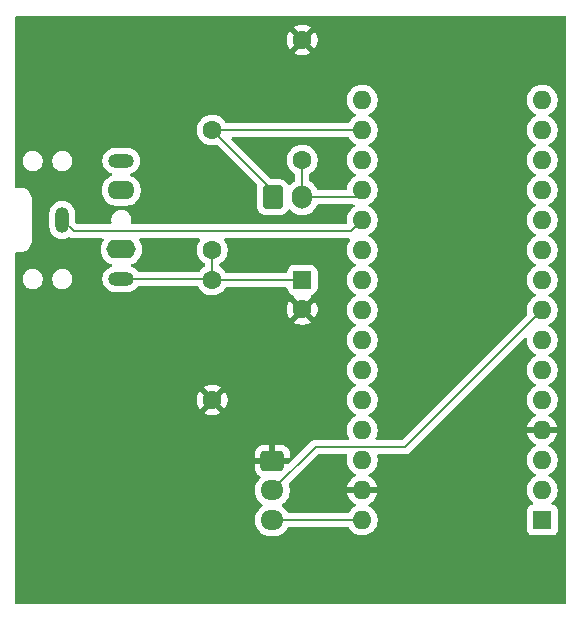
<source format=gbr>
%TF.GenerationSoftware,KiCad,Pcbnew,9.0.6-9.0.6~ubuntu24.04.1*%
%TF.CreationDate,2025-12-30T17:11:54-05:00*%
%TF.ProjectId,Dryer Buzzer V3,44727965-7220-4427-957a-7a6572205633,rev?*%
%TF.SameCoordinates,Original*%
%TF.FileFunction,Copper,L1,Top*%
%TF.FilePolarity,Positive*%
%FSLAX46Y46*%
G04 Gerber Fmt 4.6, Leading zero omitted, Abs format (unit mm)*
G04 Created by KiCad (PCBNEW 9.0.6-9.0.6~ubuntu24.04.1) date 2025-12-30 17:11:54*
%MOMM*%
%LPD*%
G01*
G04 APERTURE LIST*
G04 Aperture macros list*
%AMRoundRect*
0 Rectangle with rounded corners*
0 $1 Rounding radius*
0 $2 $3 $4 $5 $6 $7 $8 $9 X,Y pos of 4 corners*
0 Add a 4 corners polygon primitive as box body*
4,1,4,$2,$3,$4,$5,$6,$7,$8,$9,$2,$3,0*
0 Add four circle primitives for the rounded corners*
1,1,$1+$1,$2,$3*
1,1,$1+$1,$4,$5*
1,1,$1+$1,$6,$7*
1,1,$1+$1,$8,$9*
0 Add four rect primitives between the rounded corners*
20,1,$1+$1,$2,$3,$4,$5,0*
20,1,$1+$1,$4,$5,$6,$7,0*
20,1,$1+$1,$6,$7,$8,$9,0*
20,1,$1+$1,$8,$9,$2,$3,0*%
G04 Aperture macros list end*
%TA.AperFunction,ComponentPad*%
%ADD10C,1.600000*%
%TD*%
%TA.AperFunction,ComponentPad*%
%ADD11RoundRect,0.250000X-0.725000X0.600000X-0.725000X-0.600000X0.725000X-0.600000X0.725000X0.600000X0*%
%TD*%
%TA.AperFunction,ComponentPad*%
%ADD12O,1.950000X1.700000*%
%TD*%
%TA.AperFunction,ComponentPad*%
%ADD13RoundRect,0.250000X-0.600000X-0.750000X0.600000X-0.750000X0.600000X0.750000X-0.600000X0.750000X0*%
%TD*%
%TA.AperFunction,ComponentPad*%
%ADD14O,1.700000X2.000000*%
%TD*%
%TA.AperFunction,ComponentPad*%
%ADD15O,2.200000X1.200000*%
%TD*%
%TA.AperFunction,ComponentPad*%
%ADD16O,2.300000X1.600000*%
%TD*%
%TA.AperFunction,ComponentPad*%
%ADD17O,1.200000X2.200000*%
%TD*%
%TA.AperFunction,ComponentPad*%
%ADD18O,2.500000X1.600000*%
%TD*%
%TA.AperFunction,ComponentPad*%
%ADD19RoundRect,0.250000X-0.550000X0.550000X-0.550000X-0.550000X0.550000X-0.550000X0.550000X0.550000X0*%
%TD*%
%TA.AperFunction,ComponentPad*%
%ADD20O,1.600000X1.600000*%
%TD*%
%TA.AperFunction,ComponentPad*%
%ADD21R,1.600000X1.600000*%
%TD*%
%TA.AperFunction,ViaPad*%
%ADD22C,0.600000*%
%TD*%
%TA.AperFunction,Conductor*%
%ADD23C,0.200000*%
%TD*%
G04 APERTURE END LIST*
D10*
%TO.P,R6,1*%
%TO.N,/A0*%
X40640000Y-25400000D03*
%TO.P,R6,2*%
%TO.N,GND*%
X40640000Y-15240000D03*
%TD*%
%TO.P,R2,1*%
%TO.N,Net-(C1-Pad1)*%
X33020000Y-35560000D03*
%TO.P,R2,2*%
%TO.N,GND*%
X33020000Y-45720000D03*
%TD*%
%TO.P,R1,1*%
%TO.N,+3V3*%
X33020000Y-22860000D03*
%TO.P,R1,2*%
%TO.N,Net-(C1-Pad1)*%
X33020000Y-33020000D03*
%TD*%
D11*
%TO.P,J4,1,Pin_1*%
%TO.N,GND*%
X38100000Y-50880000D03*
D12*
%TO.P,J4,2,Pin_2*%
%TO.N,/D8*%
X38100000Y-53380000D03*
%TO.P,J4,3,Pin_3*%
%TO.N,+9V*%
X38100000Y-55880000D03*
%TD*%
D13*
%TO.P,J2,1,Pin_1*%
%TO.N,+3V3*%
X38140000Y-28552000D03*
D14*
%TO.P,J2,2,Pin_2*%
%TO.N,/A0*%
X40640000Y-28552000D03*
%TD*%
D15*
%TO.P,J1,R*%
%TO.N,unconnected-(J1-PadR)*%
X25320000Y-25480000D03*
D16*
%TO.P,J1,RN*%
%TO.N,unconnected-(J1-PadRN)*%
X25320000Y-27980000D03*
D17*
%TO.P,J1,S*%
%TO.N,/A1*%
X20320000Y-30480000D03*
D15*
%TO.P,J1,T*%
%TO.N,Net-(C1-Pad1)*%
X25320000Y-35480000D03*
D18*
%TO.P,J1,TN*%
%TO.N,unconnected-(J1-PadTN)*%
X25320000Y-32980000D03*
%TD*%
D19*
%TO.P,C1,1*%
%TO.N,Net-(C1-Pad1)*%
X40640000Y-35560000D03*
D10*
%TO.P,C1,2*%
%TO.N,GND*%
X40640000Y-38060000D03*
%TD*%
D20*
%TO.P,A1,30,VIN*%
%TO.N,+9V*%
X45720000Y-55880000D03*
%TO.P,A1,29,GND*%
%TO.N,GND*%
X45720000Y-53340000D03*
%TO.P,A1,28,~{RESET}*%
%TO.N,unconnected-(A1-~{RESET}-Pad28)*%
X45720000Y-50800000D03*
%TO.P,A1,27,+5V*%
%TO.N,unconnected-(A1-+5V-Pad27)*%
X45720000Y-48260000D03*
%TO.P,A1,26,A7*%
%TO.N,unconnected-(A1-A7-Pad26)*%
X45720000Y-45720000D03*
%TO.P,A1,25,A6*%
%TO.N,unconnected-(A1-A6-Pad25)*%
X45720000Y-43180000D03*
%TO.P,A1,24,A5*%
%TO.N,unconnected-(A1-A5-Pad24)*%
X45720000Y-40640000D03*
%TO.P,A1,23,A4*%
%TO.N,unconnected-(A1-A4-Pad23)*%
X45720000Y-38100000D03*
%TO.P,A1,22,A3*%
%TO.N,unconnected-(A1-A3-Pad22)*%
X45720000Y-35560000D03*
%TO.P,A1,21,A2*%
%TO.N,unconnected-(A1-A2-Pad21)*%
X45720000Y-33020000D03*
%TO.P,A1,20,A1*%
%TO.N,/A1*%
X45720000Y-30480000D03*
%TO.P,A1,19,A0*%
%TO.N,/A0*%
X45720000Y-27940000D03*
%TO.P,A1,18,AREF*%
%TO.N,unconnected-(A1-AREF-Pad18)*%
X45720000Y-25400000D03*
%TO.P,A1,17,3V3*%
%TO.N,+3V3*%
X45720000Y-22860000D03*
%TO.P,A1,16,D13*%
%TO.N,unconnected-(A1-D13-Pad16)*%
X45720000Y-20320000D03*
%TO.P,A1,15,D12*%
%TO.N,unconnected-(A1-D12-Pad15)*%
X60960000Y-20320000D03*
%TO.P,A1,14,D11*%
%TO.N,unconnected-(A1-D11-Pad14)*%
X60960000Y-22860000D03*
%TO.P,A1,13,D10*%
%TO.N,unconnected-(A1-D10-Pad13)*%
X60960000Y-25400000D03*
%TO.P,A1,12,D9*%
%TO.N,unconnected-(A1-D9-Pad12)*%
X60960000Y-27940000D03*
%TO.P,A1,11,D8*%
%TO.N,unconnected-(A1-D8-Pad11)*%
X60960000Y-30480000D03*
%TO.P,A1,10,D7*%
%TO.N,unconnected-(A1-D7-Pad10)*%
X60960000Y-33020000D03*
%TO.P,A1,9,D6*%
%TO.N,unconnected-(A1-D6-Pad9)*%
X60960000Y-35560000D03*
%TO.P,A1,8,D5*%
%TO.N,/D8*%
X60960000Y-38100000D03*
%TO.P,A1,7,D4*%
%TO.N,unconnected-(A1-D4-Pad7)*%
X60960000Y-40640000D03*
%TO.P,A1,6,D3*%
%TO.N,unconnected-(A1-D3-Pad6)*%
X60960000Y-43180000D03*
%TO.P,A1,5,D2*%
%TO.N,unconnected-(A1-D2-Pad5)*%
X60960000Y-45720000D03*
%TO.P,A1,4,GND*%
%TO.N,GND*%
X60960000Y-48260000D03*
%TO.P,A1,3,~{RESET}*%
%TO.N,unconnected-(A1-~{RESET}-Pad3)*%
X60960000Y-50800000D03*
%TO.P,A1,2,D0/RX*%
%TO.N,unconnected-(A1-D0{slash}RX-Pad2)*%
X60960000Y-53340000D03*
D21*
%TO.P,A1,1,D1/TX*%
%TO.N,unconnected-(A1-D1{slash}TX-Pad1)*%
X60960000Y-55880000D03*
%TD*%
D22*
%TO.N,GND*%
X43180000Y-53340000D03*
X38100000Y-33020000D03*
X43180000Y-25400000D03*
X38100000Y-25400000D03*
X30480000Y-33020000D03*
%TD*%
D23*
%TO.N,Net-(C1-Pad1)*%
X33020000Y-35560000D02*
X40640000Y-35560000D01*
%TO.N,/D8*%
X38100000Y-53380000D02*
X41781000Y-49699000D01*
X49361000Y-49699000D02*
X60960000Y-38100000D01*
X41781000Y-49699000D02*
X49361000Y-49699000D01*
%TO.N,+9V*%
X38100000Y-55880000D02*
X45720000Y-55880000D01*
%TO.N,/A1*%
X45720000Y-30480000D02*
X44769000Y-31431000D01*
X44769000Y-31431000D02*
X21271000Y-31431000D01*
X21271000Y-31431000D02*
X20320000Y-30480000D01*
%TO.N,/A0*%
X40640000Y-28552000D02*
X45108000Y-28552000D01*
X45108000Y-28552000D02*
X45720000Y-27940000D01*
X40640000Y-28552000D02*
X40640000Y-25400000D01*
%TO.N,+3V3*%
X38026225Y-28552000D02*
X38026225Y-27866225D01*
X38026225Y-27866225D02*
X33020000Y-22860000D01*
X33020000Y-22860000D02*
X45720000Y-22860000D01*
%TO.N,Net-(C1-Pad1)*%
X33020000Y-35560000D02*
X33020000Y-33020000D01*
X25320000Y-35480000D02*
X32940000Y-35480000D01*
X32940000Y-35480000D02*
X33020000Y-35560000D01*
%TD*%
%TA.AperFunction,Conductor*%
%TO.N,GND*%
G36*
X44411563Y-50319185D02*
G01*
X44457318Y-50371989D01*
X44467262Y-50441147D01*
X44462455Y-50461817D01*
X44451524Y-50495457D01*
X44451523Y-50495464D01*
X44419500Y-50697648D01*
X44419500Y-50902351D01*
X44451522Y-51104534D01*
X44514781Y-51299223D01*
X44607715Y-51481613D01*
X44728028Y-51647213D01*
X44872786Y-51791971D01*
X45027749Y-51904556D01*
X45038390Y-51912287D01*
X45109158Y-51948345D01*
X45131629Y-51959795D01*
X45182425Y-52007770D01*
X45199220Y-52075591D01*
X45176682Y-52141726D01*
X45131629Y-52180765D01*
X45038650Y-52228140D01*
X44873105Y-52348417D01*
X44873104Y-52348417D01*
X44728417Y-52493104D01*
X44728417Y-52493105D01*
X44608140Y-52658650D01*
X44515244Y-52840970D01*
X44452009Y-53035586D01*
X44443391Y-53090000D01*
X45286988Y-53090000D01*
X45254075Y-53147007D01*
X45220000Y-53274174D01*
X45220000Y-53405826D01*
X45254075Y-53532993D01*
X45286988Y-53590000D01*
X44443391Y-53590000D01*
X44452009Y-53644413D01*
X44515244Y-53839029D01*
X44608140Y-54021349D01*
X44728417Y-54186894D01*
X44728417Y-54186895D01*
X44873104Y-54331582D01*
X45038652Y-54451861D01*
X45131628Y-54499234D01*
X45182425Y-54547208D01*
X45199220Y-54615029D01*
X45176683Y-54681164D01*
X45131630Y-54720203D01*
X45038388Y-54767713D01*
X44872786Y-54888028D01*
X44728028Y-55032786D01*
X44607715Y-55198385D01*
X44600883Y-55211795D01*
X44552909Y-55262591D01*
X44490398Y-55279500D01*
X39510719Y-55279500D01*
X39443680Y-55259815D01*
X39400235Y-55211795D01*
X39380052Y-55172185D01*
X39380051Y-55172184D01*
X39255109Y-55000213D01*
X39104792Y-54849896D01*
X39104784Y-54849890D01*
X38940204Y-54730316D01*
X38897540Y-54674989D01*
X38891561Y-54605376D01*
X38924166Y-54543580D01*
X38940199Y-54529686D01*
X39104792Y-54410104D01*
X39255104Y-54259792D01*
X39255106Y-54259788D01*
X39255109Y-54259786D01*
X39380048Y-54087820D01*
X39380047Y-54087820D01*
X39380051Y-54087816D01*
X39476557Y-53898412D01*
X39542246Y-53696243D01*
X39575500Y-53486287D01*
X39575500Y-53273713D01*
X39542246Y-53063757D01*
X39497851Y-52927126D01*
X39495857Y-52857290D01*
X39528100Y-52801133D01*
X41993416Y-50335819D01*
X42054739Y-50302334D01*
X42081097Y-50299500D01*
X44344524Y-50299500D01*
X44411563Y-50319185D01*
G37*
%TD.AperFunction*%
%TA.AperFunction,Conductor*%
G36*
X31954356Y-32051185D02*
G01*
X32000111Y-32103989D01*
X32010055Y-32173147D01*
X31987635Y-32228385D01*
X31907715Y-32338386D01*
X31814781Y-32520776D01*
X31751522Y-32715465D01*
X31719500Y-32917648D01*
X31719500Y-33122351D01*
X31751522Y-33324534D01*
X31814781Y-33519223D01*
X31878691Y-33644653D01*
X31887333Y-33661613D01*
X31907715Y-33701613D01*
X32028028Y-33867213D01*
X32028034Y-33867219D01*
X32172781Y-34011966D01*
X32338390Y-34132287D01*
X32351793Y-34139116D01*
X32362856Y-34149564D01*
X32376703Y-34155888D01*
X32387744Y-34173068D01*
X32402589Y-34187088D01*
X32406830Y-34202768D01*
X32414477Y-34214666D01*
X32419500Y-34249601D01*
X32419500Y-34330397D01*
X32399815Y-34397436D01*
X32351800Y-34440879D01*
X32338389Y-34447712D01*
X32172786Y-34568028D01*
X32028034Y-34712780D01*
X32018214Y-34726297D01*
X31944042Y-34828385D01*
X31888714Y-34871051D01*
X31843725Y-34879500D01*
X26807185Y-34879500D01*
X26740146Y-34859815D01*
X26706867Y-34828386D01*
X26659414Y-34763072D01*
X26536928Y-34640586D01*
X26396788Y-34538768D01*
X26242445Y-34460127D01*
X26195744Y-34444952D01*
X26138071Y-34405516D01*
X26110873Y-34341157D01*
X26122788Y-34272311D01*
X26170032Y-34220835D01*
X26195743Y-34209093D01*
X26269219Y-34185220D01*
X26451610Y-34092287D01*
X26544590Y-34024732D01*
X26617213Y-33971971D01*
X26617215Y-33971968D01*
X26617219Y-33971966D01*
X26761966Y-33827219D01*
X26761968Y-33827215D01*
X26761971Y-33827213D01*
X26853223Y-33701613D01*
X26882287Y-33661610D01*
X26975220Y-33479219D01*
X27038477Y-33284534D01*
X27070500Y-33082352D01*
X27070500Y-32877648D01*
X27038477Y-32675465D01*
X26975218Y-32480776D01*
X26882287Y-32298390D01*
X26831426Y-32228385D01*
X26807947Y-32162578D01*
X26823773Y-32094524D01*
X26873879Y-32045830D01*
X26931745Y-32031500D01*
X31887317Y-32031500D01*
X31954356Y-32051185D01*
G37*
%TD.AperFunction*%
%TA.AperFunction,Conductor*%
G36*
X44505000Y-23464787D02*
G01*
X44520206Y-23464136D01*
X44537843Y-23474431D01*
X44557437Y-23480185D01*
X44568335Y-23492230D01*
X44580547Y-23499359D01*
X44600883Y-23528205D01*
X44607715Y-23541614D01*
X44728028Y-23707213D01*
X44872786Y-23851971D01*
X45027749Y-23964556D01*
X45038390Y-23972287D01*
X45129840Y-24018883D01*
X45131080Y-24019515D01*
X45181876Y-24067490D01*
X45198671Y-24135311D01*
X45176134Y-24201446D01*
X45131080Y-24240485D01*
X45038386Y-24287715D01*
X44872786Y-24408028D01*
X44728028Y-24552786D01*
X44607715Y-24718386D01*
X44514781Y-24900776D01*
X44451522Y-25095465D01*
X44419500Y-25297648D01*
X44419500Y-25502351D01*
X44451522Y-25704534D01*
X44514781Y-25899223D01*
X44607715Y-26081613D01*
X44728028Y-26247213D01*
X44872786Y-26391971D01*
X45021301Y-26499871D01*
X45038390Y-26512287D01*
X45119083Y-26553402D01*
X45131080Y-26559515D01*
X45181876Y-26607490D01*
X45198671Y-26675311D01*
X45176134Y-26741446D01*
X45131080Y-26780485D01*
X45038386Y-26827715D01*
X44872786Y-26948028D01*
X44728028Y-27092786D01*
X44607715Y-27258386D01*
X44514781Y-27440776D01*
X44451522Y-27635465D01*
X44418738Y-27842460D01*
X44417611Y-27842281D01*
X44394637Y-27902533D01*
X44338399Y-27943995D01*
X44295915Y-27951500D01*
X42002148Y-27951500D01*
X41935109Y-27931815D01*
X41891663Y-27883795D01*
X41856153Y-27814103D01*
X41795051Y-27694184D01*
X41762368Y-27649199D01*
X41670109Y-27522213D01*
X41519786Y-27371890D01*
X41347815Y-27246948D01*
X41347814Y-27246947D01*
X41308205Y-27226765D01*
X41257409Y-27178791D01*
X41240500Y-27116281D01*
X41240500Y-26629601D01*
X41260185Y-26562562D01*
X41308206Y-26519116D01*
X41321610Y-26512287D01*
X41487219Y-26391966D01*
X41631966Y-26247219D01*
X41631968Y-26247215D01*
X41631971Y-26247213D01*
X41684732Y-26174590D01*
X41752287Y-26081610D01*
X41845220Y-25899219D01*
X41908477Y-25704534D01*
X41940500Y-25502352D01*
X41940500Y-25297648D01*
X41908477Y-25095466D01*
X41845220Y-24900781D01*
X41845218Y-24900778D01*
X41845218Y-24900776D01*
X41803740Y-24819373D01*
X41752287Y-24718390D01*
X41744556Y-24707749D01*
X41631971Y-24552786D01*
X41487213Y-24408028D01*
X41321613Y-24287715D01*
X41321612Y-24287714D01*
X41321610Y-24287713D01*
X41264653Y-24258691D01*
X41139223Y-24194781D01*
X40944534Y-24131522D01*
X40747693Y-24100346D01*
X40742352Y-24099500D01*
X40537648Y-24099500D01*
X40532307Y-24100346D01*
X40335465Y-24131522D01*
X40140776Y-24194781D01*
X39958386Y-24287715D01*
X39792786Y-24408028D01*
X39648028Y-24552786D01*
X39527715Y-24718386D01*
X39434781Y-24900776D01*
X39371522Y-25095465D01*
X39339500Y-25297648D01*
X39339500Y-25502351D01*
X39371522Y-25704534D01*
X39434781Y-25899223D01*
X39527715Y-26081613D01*
X39648028Y-26247213D01*
X39648034Y-26247219D01*
X39792781Y-26391966D01*
X39958390Y-26512287D01*
X39971793Y-26519116D01*
X40022589Y-26567088D01*
X40039500Y-26629601D01*
X40039500Y-27116281D01*
X40019815Y-27183320D01*
X39971795Y-27226765D01*
X39932185Y-27246947D01*
X39932184Y-27246948D01*
X39760215Y-27371889D01*
X39621398Y-27510706D01*
X39560075Y-27544190D01*
X39490383Y-27539206D01*
X39434450Y-27497334D01*
X39428178Y-27488120D01*
X39332712Y-27333344D01*
X39208657Y-27209289D01*
X39208656Y-27209288D01*
X39059334Y-27117186D01*
X38892797Y-27062001D01*
X38892795Y-27062000D01*
X38790016Y-27051500D01*
X38790009Y-27051500D01*
X38112097Y-27051500D01*
X38045058Y-27031815D01*
X38024416Y-27015181D01*
X34681416Y-23672181D01*
X34647931Y-23610858D01*
X34652915Y-23541166D01*
X34694787Y-23485233D01*
X34760251Y-23460816D01*
X34769097Y-23460500D01*
X44490398Y-23460500D01*
X44505000Y-23464787D01*
G37*
%TD.AperFunction*%
%TA.AperFunction,Conductor*%
G36*
X62942539Y-13220185D02*
G01*
X62988294Y-13272989D01*
X62999500Y-13324500D01*
X62999500Y-62875500D01*
X62979815Y-62942539D01*
X62927011Y-62988294D01*
X62875500Y-62999500D01*
X16444500Y-62999500D01*
X16377461Y-62979815D01*
X16331706Y-62927011D01*
X16320500Y-62875500D01*
X16320500Y-45617682D01*
X31720000Y-45617682D01*
X31720000Y-45822317D01*
X31752009Y-46024417D01*
X31815244Y-46219031D01*
X31908141Y-46401350D01*
X31908147Y-46401359D01*
X31940523Y-46445921D01*
X31940524Y-46445922D01*
X32620000Y-45766446D01*
X32620000Y-45772661D01*
X32647259Y-45874394D01*
X32699920Y-45965606D01*
X32774394Y-46040080D01*
X32865606Y-46092741D01*
X32967339Y-46120000D01*
X32973553Y-46120000D01*
X32294076Y-46799474D01*
X32338650Y-46831859D01*
X32520968Y-46924755D01*
X32715582Y-46987990D01*
X32917683Y-47020000D01*
X33122317Y-47020000D01*
X33324417Y-46987990D01*
X33519031Y-46924755D01*
X33701349Y-46831859D01*
X33745921Y-46799474D01*
X33066447Y-46120000D01*
X33072661Y-46120000D01*
X33174394Y-46092741D01*
X33265606Y-46040080D01*
X33340080Y-45965606D01*
X33392741Y-45874394D01*
X33420000Y-45772661D01*
X33420000Y-45766447D01*
X34099474Y-46445921D01*
X34131859Y-46401349D01*
X34224755Y-46219031D01*
X34287990Y-46024417D01*
X34320000Y-45822317D01*
X34320000Y-45617682D01*
X34287990Y-45415582D01*
X34224755Y-45220968D01*
X34131859Y-45038650D01*
X34099474Y-44994077D01*
X34099474Y-44994076D01*
X33420000Y-45673551D01*
X33420000Y-45667339D01*
X33392741Y-45565606D01*
X33340080Y-45474394D01*
X33265606Y-45399920D01*
X33174394Y-45347259D01*
X33072661Y-45320000D01*
X33066446Y-45320000D01*
X33745922Y-44640524D01*
X33745921Y-44640523D01*
X33701359Y-44608147D01*
X33701350Y-44608141D01*
X33519031Y-44515244D01*
X33324417Y-44452009D01*
X33122317Y-44420000D01*
X32917683Y-44420000D01*
X32715582Y-44452009D01*
X32520968Y-44515244D01*
X32338644Y-44608143D01*
X32294077Y-44640523D01*
X32294077Y-44640524D01*
X32973554Y-45320000D01*
X32967339Y-45320000D01*
X32865606Y-45347259D01*
X32774394Y-45399920D01*
X32699920Y-45474394D01*
X32647259Y-45565606D01*
X32620000Y-45667339D01*
X32620000Y-45673553D01*
X31940524Y-44994077D01*
X31940523Y-44994077D01*
X31908143Y-45038644D01*
X31815244Y-45220968D01*
X31752009Y-45415582D01*
X31720000Y-45617682D01*
X16320500Y-45617682D01*
X16320500Y-35396228D01*
X16969500Y-35396228D01*
X16969500Y-35563771D01*
X17002182Y-35728074D01*
X17002184Y-35728082D01*
X17066295Y-35882860D01*
X17159373Y-36022162D01*
X17277837Y-36140626D01*
X17370494Y-36202537D01*
X17417137Y-36233703D01*
X17417138Y-36233703D01*
X17417139Y-36233704D01*
X17452201Y-36248227D01*
X17571918Y-36297816D01*
X17736228Y-36330499D01*
X17736232Y-36330500D01*
X17736233Y-36330500D01*
X17903768Y-36330500D01*
X17903769Y-36330499D01*
X18068082Y-36297816D01*
X18222863Y-36233703D01*
X18362162Y-36140626D01*
X18480626Y-36022162D01*
X18573703Y-35882863D01*
X18637816Y-35728082D01*
X18670500Y-35563767D01*
X18670500Y-35396233D01*
X18670499Y-35396228D01*
X19469500Y-35396228D01*
X19469500Y-35563771D01*
X19502182Y-35728074D01*
X19502184Y-35728082D01*
X19566295Y-35882860D01*
X19659373Y-36022162D01*
X19777837Y-36140626D01*
X19870494Y-36202537D01*
X19917137Y-36233703D01*
X19917138Y-36233703D01*
X19917139Y-36233704D01*
X19952201Y-36248227D01*
X20071918Y-36297816D01*
X20236228Y-36330499D01*
X20236232Y-36330500D01*
X20236233Y-36330500D01*
X20403768Y-36330500D01*
X20403769Y-36330499D01*
X20568082Y-36297816D01*
X20722863Y-36233703D01*
X20862162Y-36140626D01*
X20980626Y-36022162D01*
X21073703Y-35882863D01*
X21137816Y-35728082D01*
X21170500Y-35563767D01*
X21170500Y-35396233D01*
X21137816Y-35231918D01*
X21073703Y-35077137D01*
X20995422Y-34959981D01*
X20980626Y-34937837D01*
X20862162Y-34819373D01*
X20722860Y-34726295D01*
X20568082Y-34662184D01*
X20568074Y-34662182D01*
X20403771Y-34629500D01*
X20403767Y-34629500D01*
X20236233Y-34629500D01*
X20236228Y-34629500D01*
X20071925Y-34662182D01*
X20071917Y-34662184D01*
X19917139Y-34726295D01*
X19777837Y-34819373D01*
X19659373Y-34937837D01*
X19566295Y-35077139D01*
X19502184Y-35231917D01*
X19502182Y-35231925D01*
X19469500Y-35396228D01*
X18670499Y-35396228D01*
X18637816Y-35231918D01*
X18573703Y-35077137D01*
X18495422Y-34959981D01*
X18480626Y-34937837D01*
X18362162Y-34819373D01*
X18222860Y-34726295D01*
X18068082Y-34662184D01*
X18068074Y-34662182D01*
X17903771Y-34629500D01*
X17903767Y-34629500D01*
X17736233Y-34629500D01*
X17736228Y-34629500D01*
X17571925Y-34662182D01*
X17571917Y-34662184D01*
X17417139Y-34726295D01*
X17277837Y-34819373D01*
X17159373Y-34937837D01*
X17066295Y-35077139D01*
X17002184Y-35231917D01*
X17002182Y-35231925D01*
X16969500Y-35396228D01*
X16320500Y-35396228D01*
X16320500Y-33304500D01*
X16340185Y-33237461D01*
X16392989Y-33191706D01*
X16444500Y-33180500D01*
X16908693Y-33180500D01*
X16908694Y-33180499D01*
X16966682Y-33168964D01*
X17082658Y-33145896D01*
X17082661Y-33145894D01*
X17082666Y-33145894D01*
X17246547Y-33078013D01*
X17394035Y-32979464D01*
X17519464Y-32854035D01*
X17618013Y-32706547D01*
X17685894Y-32542666D01*
X17690248Y-32520781D01*
X17720499Y-32368695D01*
X17720500Y-32368693D01*
X17720500Y-29893389D01*
X19219500Y-29893389D01*
X19219500Y-31066611D01*
X19246598Y-31237701D01*
X19300127Y-31402445D01*
X19378768Y-31556788D01*
X19480586Y-31696928D01*
X19603072Y-31819414D01*
X19743212Y-31921232D01*
X19897555Y-31999873D01*
X20062299Y-32053402D01*
X20233389Y-32080500D01*
X20233390Y-32080500D01*
X20406610Y-32080500D01*
X20406611Y-32080500D01*
X20577701Y-32053402D01*
X20742445Y-31999873D01*
X20848657Y-31945755D01*
X20857261Y-31944139D01*
X20864394Y-31939061D01*
X20891072Y-31937789D01*
X20917324Y-31932860D01*
X20927269Y-31936065D01*
X20934184Y-31935736D01*
X20966950Y-31948854D01*
X20989096Y-31961640D01*
X20989097Y-31961641D01*
X21027151Y-31983611D01*
X21039215Y-31990577D01*
X21191943Y-32031500D01*
X21350057Y-32031500D01*
X23708255Y-32031500D01*
X23775294Y-32051185D01*
X23821049Y-32103989D01*
X23830993Y-32173147D01*
X23808574Y-32228385D01*
X23757712Y-32298390D01*
X23664781Y-32480776D01*
X23601522Y-32675465D01*
X23569500Y-32877648D01*
X23569500Y-33082351D01*
X23601522Y-33284534D01*
X23664781Y-33479223D01*
X23757715Y-33661613D01*
X23878028Y-33827213D01*
X24022786Y-33971971D01*
X24177749Y-34084556D01*
X24188390Y-34092287D01*
X24370781Y-34185220D01*
X24444252Y-34209092D01*
X24501928Y-34248530D01*
X24529126Y-34312888D01*
X24517211Y-34381735D01*
X24469967Y-34433210D01*
X24444254Y-34444953D01*
X24435764Y-34447712D01*
X24397550Y-34460128D01*
X24243211Y-34538768D01*
X24163256Y-34596859D01*
X24103072Y-34640586D01*
X24103070Y-34640588D01*
X24103069Y-34640588D01*
X23980588Y-34763069D01*
X23980588Y-34763070D01*
X23980586Y-34763072D01*
X23939681Y-34819373D01*
X23878768Y-34903211D01*
X23800128Y-35057552D01*
X23746597Y-35222302D01*
X23719500Y-35393389D01*
X23719500Y-35566611D01*
X23746598Y-35737701D01*
X23800127Y-35902445D01*
X23878768Y-36056788D01*
X23980586Y-36196928D01*
X24103072Y-36319414D01*
X24243212Y-36421232D01*
X24397555Y-36499873D01*
X24562299Y-36553402D01*
X24733389Y-36580500D01*
X24733390Y-36580500D01*
X25906610Y-36580500D01*
X25906611Y-36580500D01*
X26077701Y-36553402D01*
X26242445Y-36499873D01*
X26396788Y-36421232D01*
X26536928Y-36319414D01*
X26659414Y-36196928D01*
X26706868Y-36131613D01*
X26762197Y-36088949D01*
X26807185Y-36080500D01*
X31749636Y-36080500D01*
X31816675Y-36100185D01*
X31860120Y-36148203D01*
X31884946Y-36196928D01*
X31907715Y-36241614D01*
X32028028Y-36407213D01*
X32172786Y-36551971D01*
X32327749Y-36664556D01*
X32338390Y-36672287D01*
X32431080Y-36719515D01*
X32520776Y-36765218D01*
X32520778Y-36765218D01*
X32520781Y-36765220D01*
X32611856Y-36794812D01*
X32715465Y-36828477D01*
X32734697Y-36831523D01*
X32917648Y-36860500D01*
X32917649Y-36860500D01*
X33122351Y-36860500D01*
X33122352Y-36860500D01*
X33324534Y-36828477D01*
X33519219Y-36765220D01*
X33701610Y-36672287D01*
X33830482Y-36578657D01*
X33867213Y-36551971D01*
X33867215Y-36551968D01*
X33867219Y-36551966D01*
X34011966Y-36407219D01*
X34011968Y-36407215D01*
X34011971Y-36407213D01*
X34132284Y-36241614D01*
X34132285Y-36241613D01*
X34132287Y-36241610D01*
X34139117Y-36228204D01*
X34187091Y-36177409D01*
X34249602Y-36160500D01*
X39227837Y-36160500D01*
X39294876Y-36180185D01*
X39340631Y-36232989D01*
X39349089Y-36258541D01*
X39349999Y-36262792D01*
X39397856Y-36407213D01*
X39405186Y-36429334D01*
X39497288Y-36578656D01*
X39621344Y-36702712D01*
X39770666Y-36794814D01*
X39832440Y-36815284D01*
X39889884Y-36855055D01*
X39916707Y-36919571D01*
X39917053Y-36942719D01*
X39914077Y-36980524D01*
X40593554Y-37660000D01*
X40587339Y-37660000D01*
X40485606Y-37687259D01*
X40394394Y-37739920D01*
X40319920Y-37814394D01*
X40267259Y-37905606D01*
X40240000Y-38007339D01*
X40240000Y-38013553D01*
X39560524Y-37334077D01*
X39560523Y-37334077D01*
X39528143Y-37378644D01*
X39435244Y-37560968D01*
X39372009Y-37755582D01*
X39340000Y-37957682D01*
X39340000Y-38162317D01*
X39372009Y-38364417D01*
X39435244Y-38559031D01*
X39528141Y-38741350D01*
X39528147Y-38741359D01*
X39560523Y-38785921D01*
X39560524Y-38785922D01*
X40240000Y-38106446D01*
X40240000Y-38112661D01*
X40267259Y-38214394D01*
X40319920Y-38305606D01*
X40394394Y-38380080D01*
X40485606Y-38432741D01*
X40587339Y-38460000D01*
X40593553Y-38460000D01*
X39914076Y-39139474D01*
X39958650Y-39171859D01*
X40140968Y-39264755D01*
X40335582Y-39327990D01*
X40537683Y-39360000D01*
X40742317Y-39360000D01*
X40944417Y-39327990D01*
X41139031Y-39264755D01*
X41321349Y-39171859D01*
X41365921Y-39139474D01*
X40686447Y-38460000D01*
X40692661Y-38460000D01*
X40794394Y-38432741D01*
X40885606Y-38380080D01*
X40960080Y-38305606D01*
X41012741Y-38214394D01*
X41040000Y-38112661D01*
X41040000Y-38106447D01*
X41719474Y-38785921D01*
X41751859Y-38741349D01*
X41844755Y-38559031D01*
X41907990Y-38364417D01*
X41940000Y-38162317D01*
X41940000Y-37957682D01*
X41907990Y-37755582D01*
X41844755Y-37560968D01*
X41751859Y-37378650D01*
X41719474Y-37334077D01*
X41719474Y-37334076D01*
X41040000Y-38013551D01*
X41040000Y-38007339D01*
X41012741Y-37905606D01*
X40960080Y-37814394D01*
X40885606Y-37739920D01*
X40794394Y-37687259D01*
X40692661Y-37660000D01*
X40686446Y-37660000D01*
X41365921Y-36980525D01*
X41362946Y-36942719D01*
X41377310Y-36874341D01*
X41426361Y-36824584D01*
X41447555Y-36815285D01*
X41509334Y-36794814D01*
X41658656Y-36702712D01*
X41782712Y-36578656D01*
X41874814Y-36429334D01*
X41929999Y-36262797D01*
X41940500Y-36160009D01*
X41940499Y-34959992D01*
X41929999Y-34857203D01*
X41874814Y-34690666D01*
X41782712Y-34541344D01*
X41658656Y-34417288D01*
X41535227Y-34341157D01*
X41509336Y-34325187D01*
X41509331Y-34325185D01*
X41472221Y-34312888D01*
X41342797Y-34270001D01*
X41342795Y-34270000D01*
X41240010Y-34259500D01*
X40039998Y-34259500D01*
X40039981Y-34259501D01*
X39937203Y-34270000D01*
X39937200Y-34270001D01*
X39770668Y-34325185D01*
X39770663Y-34325187D01*
X39621342Y-34417289D01*
X39497289Y-34541342D01*
X39405187Y-34690663D01*
X39405185Y-34690668D01*
X39350000Y-34857204D01*
X39349088Y-34861467D01*
X39315801Y-34922898D01*
X39254586Y-34956581D01*
X39227837Y-34959500D01*
X34249602Y-34959500D01*
X34182563Y-34939815D01*
X34139117Y-34891795D01*
X34132287Y-34878390D01*
X34132285Y-34878387D01*
X34132284Y-34878385D01*
X34011971Y-34712786D01*
X33867213Y-34568028D01*
X33701610Y-34447712D01*
X33688200Y-34440879D01*
X33677138Y-34430431D01*
X33663297Y-34424110D01*
X33652255Y-34406928D01*
X33637406Y-34392903D01*
X33633165Y-34377223D01*
X33625523Y-34365332D01*
X33620500Y-34330397D01*
X33620500Y-34249601D01*
X33640185Y-34182562D01*
X33688206Y-34139116D01*
X33701610Y-34132287D01*
X33867219Y-34011966D01*
X34011966Y-33867219D01*
X34011968Y-33867215D01*
X34011971Y-33867213D01*
X34064732Y-33794590D01*
X34132287Y-33701610D01*
X34225220Y-33519219D01*
X34288477Y-33324534D01*
X34320500Y-33122352D01*
X34320500Y-32917648D01*
X34288477Y-32715466D01*
X34225220Y-32520781D01*
X34225218Y-32520778D01*
X34225218Y-32520776D01*
X34191503Y-32454607D01*
X34132287Y-32338390D01*
X34089865Y-32280000D01*
X34052365Y-32228385D01*
X34028885Y-32162579D01*
X34044711Y-32094525D01*
X34094817Y-32045830D01*
X34152683Y-32031500D01*
X44587317Y-32031500D01*
X44654356Y-32051185D01*
X44700111Y-32103989D01*
X44710055Y-32173147D01*
X44687635Y-32228385D01*
X44607715Y-32338386D01*
X44514781Y-32520776D01*
X44451522Y-32715465D01*
X44419500Y-32917648D01*
X44419500Y-33122351D01*
X44451522Y-33324534D01*
X44514781Y-33519223D01*
X44578691Y-33644653D01*
X44587333Y-33661613D01*
X44607715Y-33701613D01*
X44728028Y-33867213D01*
X44872786Y-34011971D01*
X44983330Y-34092284D01*
X45038390Y-34132287D01*
X45118427Y-34173068D01*
X45131080Y-34179515D01*
X45181876Y-34227490D01*
X45198671Y-34295311D01*
X45176134Y-34361446D01*
X45131080Y-34400485D01*
X45038386Y-34447715D01*
X44872786Y-34568028D01*
X44728028Y-34712786D01*
X44607715Y-34878386D01*
X44514781Y-35060776D01*
X44451522Y-35255465D01*
X44419500Y-35457648D01*
X44419500Y-35662351D01*
X44451522Y-35864534D01*
X44514781Y-36059223D01*
X44566135Y-36160009D01*
X44603684Y-36233703D01*
X44607715Y-36241613D01*
X44728028Y-36407213D01*
X44872786Y-36551971D01*
X45027749Y-36664556D01*
X45038390Y-36672287D01*
X45129840Y-36718883D01*
X45131080Y-36719515D01*
X45181876Y-36767490D01*
X45198671Y-36835311D01*
X45176134Y-36901446D01*
X45131080Y-36940485D01*
X45038386Y-36987715D01*
X44872786Y-37108028D01*
X44728028Y-37252786D01*
X44607715Y-37418386D01*
X44514781Y-37600776D01*
X44451522Y-37795465D01*
X44419500Y-37997648D01*
X44419500Y-38202351D01*
X44451522Y-38404534D01*
X44514781Y-38599223D01*
X44578691Y-38724653D01*
X44587199Y-38741350D01*
X44607715Y-38781613D01*
X44728028Y-38947213D01*
X44872786Y-39091971D01*
X44982745Y-39171859D01*
X45038390Y-39212287D01*
X45129840Y-39258883D01*
X45131080Y-39259515D01*
X45181876Y-39307490D01*
X45198671Y-39375311D01*
X45176134Y-39441446D01*
X45131080Y-39480485D01*
X45038386Y-39527715D01*
X44872786Y-39648028D01*
X44728028Y-39792786D01*
X44607715Y-39958386D01*
X44514781Y-40140776D01*
X44451522Y-40335465D01*
X44419500Y-40537648D01*
X44419500Y-40742351D01*
X44451522Y-40944534D01*
X44514781Y-41139223D01*
X44607715Y-41321613D01*
X44728028Y-41487213D01*
X44872786Y-41631971D01*
X45027749Y-41744556D01*
X45038390Y-41752287D01*
X45129840Y-41798883D01*
X45131080Y-41799515D01*
X45181876Y-41847490D01*
X45198671Y-41915311D01*
X45176134Y-41981446D01*
X45131080Y-42020485D01*
X45038386Y-42067715D01*
X44872786Y-42188028D01*
X44728028Y-42332786D01*
X44607715Y-42498386D01*
X44514781Y-42680776D01*
X44451522Y-42875465D01*
X44419500Y-43077648D01*
X44419500Y-43282351D01*
X44451522Y-43484534D01*
X44514781Y-43679223D01*
X44607715Y-43861613D01*
X44728028Y-44027213D01*
X44872786Y-44171971D01*
X45027749Y-44284556D01*
X45038390Y-44292287D01*
X45129840Y-44338883D01*
X45131080Y-44339515D01*
X45181876Y-44387490D01*
X45198671Y-44455311D01*
X45176134Y-44521446D01*
X45131080Y-44560485D01*
X45038386Y-44607715D01*
X44872786Y-44728028D01*
X44728028Y-44872786D01*
X44607715Y-45038386D01*
X44514781Y-45220776D01*
X44451522Y-45415465D01*
X44419500Y-45617648D01*
X44419500Y-45822351D01*
X44451522Y-46024534D01*
X44514781Y-46219223D01*
X44578691Y-46344653D01*
X44607585Y-46401359D01*
X44607715Y-46401613D01*
X44728028Y-46567213D01*
X44872786Y-46711971D01*
X44993226Y-46799474D01*
X45038390Y-46832287D01*
X45129840Y-46878883D01*
X45131080Y-46879515D01*
X45181876Y-46927490D01*
X45198671Y-46995311D01*
X45176134Y-47061446D01*
X45131080Y-47100485D01*
X45038386Y-47147715D01*
X44872786Y-47268028D01*
X44728028Y-47412786D01*
X44607715Y-47578386D01*
X44514781Y-47760776D01*
X44451522Y-47955465D01*
X44419500Y-48157648D01*
X44419500Y-48362351D01*
X44451522Y-48564534D01*
X44514781Y-48759223D01*
X44595788Y-48918205D01*
X44608684Y-48986874D01*
X44582408Y-49051614D01*
X44525302Y-49091872D01*
X44485303Y-49098500D01*
X41860057Y-49098500D01*
X41701943Y-49098500D01*
X41549215Y-49139423D01*
X41549214Y-49139423D01*
X41549212Y-49139424D01*
X41549209Y-49139425D01*
X41499096Y-49168359D01*
X41499095Y-49168360D01*
X41455689Y-49193420D01*
X41412285Y-49218479D01*
X41412282Y-49218481D01*
X39537083Y-51093681D01*
X39475760Y-51127166D01*
X39449402Y-51130000D01*
X38504146Y-51130000D01*
X38542630Y-51063343D01*
X38575000Y-50942535D01*
X38575000Y-50817465D01*
X38542630Y-50696657D01*
X38504146Y-50630000D01*
X39574999Y-50630000D01*
X39574999Y-50230028D01*
X39574998Y-50230013D01*
X39564505Y-50127302D01*
X39509358Y-49960880D01*
X39509356Y-49960875D01*
X39417315Y-49811654D01*
X39293345Y-49687684D01*
X39144124Y-49595643D01*
X39144119Y-49595641D01*
X38977697Y-49540494D01*
X38977690Y-49540493D01*
X38874986Y-49530000D01*
X38350000Y-49530000D01*
X38350000Y-50475854D01*
X38283343Y-50437370D01*
X38162535Y-50405000D01*
X38037465Y-50405000D01*
X37916657Y-50437370D01*
X37850000Y-50475854D01*
X37850000Y-49530000D01*
X37325028Y-49530000D01*
X37325012Y-49530001D01*
X37222302Y-49540494D01*
X37055880Y-49595641D01*
X37055875Y-49595643D01*
X36906654Y-49687684D01*
X36782684Y-49811654D01*
X36690643Y-49960875D01*
X36690641Y-49960880D01*
X36635494Y-50127302D01*
X36635493Y-50127309D01*
X36625000Y-50230013D01*
X36625000Y-50630000D01*
X37695854Y-50630000D01*
X37657370Y-50696657D01*
X37625000Y-50817465D01*
X37625000Y-50942535D01*
X37657370Y-51063343D01*
X37695854Y-51130000D01*
X36625001Y-51130000D01*
X36625001Y-51529986D01*
X36635494Y-51632697D01*
X36690641Y-51799119D01*
X36690643Y-51799124D01*
X36782684Y-51948345D01*
X36906654Y-52072315D01*
X37061484Y-52167815D01*
X37108208Y-52219763D01*
X37119431Y-52288726D01*
X37091587Y-52352808D01*
X37084069Y-52361035D01*
X36944889Y-52500215D01*
X36819951Y-52672179D01*
X36723444Y-52861585D01*
X36657753Y-53063760D01*
X36624500Y-53273713D01*
X36624500Y-53486286D01*
X36649955Y-53647007D01*
X36657754Y-53696243D01*
X36704211Y-53839223D01*
X36723444Y-53898414D01*
X36819951Y-54087820D01*
X36944890Y-54259786D01*
X37095209Y-54410105D01*
X37095214Y-54410109D01*
X37259793Y-54529682D01*
X37302459Y-54585011D01*
X37308438Y-54654625D01*
X37275833Y-54716420D01*
X37259793Y-54730318D01*
X37095214Y-54849890D01*
X37095209Y-54849894D01*
X36944890Y-55000213D01*
X36819951Y-55172179D01*
X36723444Y-55361585D01*
X36657753Y-55563760D01*
X36624500Y-55773713D01*
X36624500Y-55986286D01*
X36657753Y-56196239D01*
X36723444Y-56398414D01*
X36819951Y-56587820D01*
X36944890Y-56759786D01*
X37095213Y-56910109D01*
X37267179Y-57035048D01*
X37267181Y-57035049D01*
X37267184Y-57035051D01*
X37456588Y-57131557D01*
X37658757Y-57197246D01*
X37868713Y-57230500D01*
X37868714Y-57230500D01*
X38331286Y-57230500D01*
X38331287Y-57230500D01*
X38541243Y-57197246D01*
X38743412Y-57131557D01*
X38932816Y-57035051D01*
X38991680Y-56992284D01*
X39104786Y-56910109D01*
X39104788Y-56910106D01*
X39104792Y-56910104D01*
X39255104Y-56759792D01*
X39255106Y-56759788D01*
X39255109Y-56759786D01*
X39313661Y-56679193D01*
X39380051Y-56587816D01*
X39393402Y-56561614D01*
X39400235Y-56548205D01*
X39448209Y-56497409D01*
X39510719Y-56480500D01*
X44490398Y-56480500D01*
X44557437Y-56500185D01*
X44600883Y-56548205D01*
X44607715Y-56561614D01*
X44728028Y-56727213D01*
X44872786Y-56871971D01*
X45027749Y-56984556D01*
X45038390Y-56992287D01*
X45122319Y-57035051D01*
X45220776Y-57085218D01*
X45220778Y-57085218D01*
X45220781Y-57085220D01*
X45325137Y-57119127D01*
X45415465Y-57148477D01*
X45516557Y-57164488D01*
X45617648Y-57180500D01*
X45617649Y-57180500D01*
X45822351Y-57180500D01*
X45822352Y-57180500D01*
X46024534Y-57148477D01*
X46219219Y-57085220D01*
X46401610Y-56992287D01*
X46514726Y-56910104D01*
X46567213Y-56871971D01*
X46567215Y-56871968D01*
X46567219Y-56871966D01*
X46711966Y-56727219D01*
X46711968Y-56727215D01*
X46711971Y-56727213D01*
X46813248Y-56587815D01*
X46832287Y-56561610D01*
X46925220Y-56379219D01*
X46988477Y-56184534D01*
X47020500Y-55982352D01*
X47020500Y-55777648D01*
X46988477Y-55575466D01*
X46984673Y-55563760D01*
X46925218Y-55380776D01*
X46891503Y-55314607D01*
X46832287Y-55198390D01*
X46813248Y-55172185D01*
X46711971Y-55032786D01*
X46567213Y-54888028D01*
X46401611Y-54767713D01*
X46308369Y-54720203D01*
X46257574Y-54672229D01*
X46240779Y-54604407D01*
X46263317Y-54538273D01*
X46308371Y-54499234D01*
X46401347Y-54451861D01*
X46566894Y-54331582D01*
X46566895Y-54331582D01*
X46711582Y-54186895D01*
X46711582Y-54186894D01*
X46831859Y-54021349D01*
X46924755Y-53839029D01*
X46987990Y-53644413D01*
X46996609Y-53590000D01*
X46153012Y-53590000D01*
X46185925Y-53532993D01*
X46220000Y-53405826D01*
X46220000Y-53274174D01*
X46185925Y-53147007D01*
X46153012Y-53090000D01*
X46996609Y-53090000D01*
X46987990Y-53035586D01*
X46924755Y-52840970D01*
X46831859Y-52658650D01*
X46711582Y-52493105D01*
X46711582Y-52493104D01*
X46566895Y-52348417D01*
X46401349Y-52228140D01*
X46308370Y-52180765D01*
X46257574Y-52132790D01*
X46240779Y-52064969D01*
X46263316Y-51998835D01*
X46308370Y-51959795D01*
X46330842Y-51948345D01*
X46401610Y-51912287D01*
X46422770Y-51896913D01*
X46567213Y-51791971D01*
X46567215Y-51791968D01*
X46567219Y-51791966D01*
X46711966Y-51647219D01*
X46711968Y-51647215D01*
X46711971Y-51647213D01*
X46797140Y-51529986D01*
X46832287Y-51481610D01*
X46925220Y-51299219D01*
X46988477Y-51104534D01*
X47020500Y-50902352D01*
X47020500Y-50697648D01*
X46988477Y-50495466D01*
X46988475Y-50495462D01*
X46988475Y-50495457D01*
X46977545Y-50461817D01*
X46975550Y-50391976D01*
X47011631Y-50332144D01*
X47074332Y-50301316D01*
X47095476Y-50299500D01*
X49274331Y-50299500D01*
X49274347Y-50299501D01*
X49281943Y-50299501D01*
X49440054Y-50299501D01*
X49440057Y-50299501D01*
X49592785Y-50258577D01*
X49642904Y-50229639D01*
X49729716Y-50179520D01*
X49841520Y-50067716D01*
X49841520Y-50067714D01*
X49851728Y-50057507D01*
X49851730Y-50057504D01*
X59447819Y-40461415D01*
X59509142Y-40427930D01*
X59578834Y-40432914D01*
X59634767Y-40474786D01*
X59659184Y-40540250D01*
X59659500Y-40549096D01*
X59659500Y-40742351D01*
X59691522Y-40944534D01*
X59754781Y-41139223D01*
X59847715Y-41321613D01*
X59968028Y-41487213D01*
X60112786Y-41631971D01*
X60267749Y-41744556D01*
X60278390Y-41752287D01*
X60369840Y-41798883D01*
X60371080Y-41799515D01*
X60421876Y-41847490D01*
X60438671Y-41915311D01*
X60416134Y-41981446D01*
X60371080Y-42020485D01*
X60278386Y-42067715D01*
X60112786Y-42188028D01*
X59968028Y-42332786D01*
X59847715Y-42498386D01*
X59754781Y-42680776D01*
X59691522Y-42875465D01*
X59659500Y-43077648D01*
X59659500Y-43282351D01*
X59691522Y-43484534D01*
X59754781Y-43679223D01*
X59847715Y-43861613D01*
X59968028Y-44027213D01*
X60112786Y-44171971D01*
X60267749Y-44284556D01*
X60278390Y-44292287D01*
X60369840Y-44338883D01*
X60371080Y-44339515D01*
X60421876Y-44387490D01*
X60438671Y-44455311D01*
X60416134Y-44521446D01*
X60371080Y-44560485D01*
X60278386Y-44607715D01*
X60112786Y-44728028D01*
X59968028Y-44872786D01*
X59847715Y-45038386D01*
X59754781Y-45220776D01*
X59691522Y-45415465D01*
X59659500Y-45617648D01*
X59659500Y-45822351D01*
X59691522Y-46024534D01*
X59754781Y-46219223D01*
X59818691Y-46344653D01*
X59847585Y-46401359D01*
X59847715Y-46401613D01*
X59968028Y-46567213D01*
X60112786Y-46711971D01*
X60233226Y-46799474D01*
X60278390Y-46832287D01*
X60350424Y-46868990D01*
X60371629Y-46879795D01*
X60422425Y-46927770D01*
X60439220Y-46995591D01*
X60416682Y-47061726D01*
X60371629Y-47100765D01*
X60278650Y-47148140D01*
X60113105Y-47268417D01*
X60113104Y-47268417D01*
X59968417Y-47413104D01*
X59968417Y-47413105D01*
X59848140Y-47578650D01*
X59755244Y-47760970D01*
X59692009Y-47955586D01*
X59683391Y-48010000D01*
X60526988Y-48010000D01*
X60494075Y-48067007D01*
X60460000Y-48194174D01*
X60460000Y-48325826D01*
X60494075Y-48452993D01*
X60526988Y-48510000D01*
X59683391Y-48510000D01*
X59692009Y-48564413D01*
X59755244Y-48759029D01*
X59848140Y-48941349D01*
X59968417Y-49106894D01*
X59968417Y-49106895D01*
X60113104Y-49251582D01*
X60278652Y-49371861D01*
X60371628Y-49419234D01*
X60422425Y-49467208D01*
X60439220Y-49535029D01*
X60416683Y-49601164D01*
X60371630Y-49640203D01*
X60278388Y-49687713D01*
X60112786Y-49808028D01*
X59968028Y-49952786D01*
X59847715Y-50118386D01*
X59754781Y-50300776D01*
X59691522Y-50495465D01*
X59659500Y-50697648D01*
X59659500Y-50902351D01*
X59691522Y-51104534D01*
X59754781Y-51299223D01*
X59847715Y-51481613D01*
X59968028Y-51647213D01*
X60112786Y-51791971D01*
X60267749Y-51904556D01*
X60278390Y-51912287D01*
X60349158Y-51948345D01*
X60371080Y-51959515D01*
X60421876Y-52007490D01*
X60438671Y-52075311D01*
X60416134Y-52141446D01*
X60371080Y-52180485D01*
X60278386Y-52227715D01*
X60112786Y-52348028D01*
X59968028Y-52492786D01*
X59847715Y-52658386D01*
X59754781Y-52840776D01*
X59691522Y-53035465D01*
X59659500Y-53237648D01*
X59659500Y-53442351D01*
X59691522Y-53644534D01*
X59754781Y-53839223D01*
X59847715Y-54021613D01*
X59968028Y-54187213D01*
X60112784Y-54331969D01*
X60149068Y-54358330D01*
X60191735Y-54413659D01*
X60197715Y-54483273D01*
X60165109Y-54545068D01*
X60104271Y-54579426D01*
X60089440Y-54581938D01*
X60052519Y-54585907D01*
X59917671Y-54636202D01*
X59917664Y-54636206D01*
X59802455Y-54722452D01*
X59802452Y-54722455D01*
X59716206Y-54837664D01*
X59716202Y-54837671D01*
X59665908Y-54972517D01*
X59662931Y-55000213D01*
X59659501Y-55032123D01*
X59659500Y-55032135D01*
X59659500Y-56727870D01*
X59659501Y-56727876D01*
X59665908Y-56787483D01*
X59716202Y-56922328D01*
X59716206Y-56922335D01*
X59802452Y-57037544D01*
X59802455Y-57037547D01*
X59917664Y-57123793D01*
X59917671Y-57123797D01*
X60052517Y-57174091D01*
X60052516Y-57174091D01*
X60059444Y-57174835D01*
X60112127Y-57180500D01*
X61807872Y-57180499D01*
X61867483Y-57174091D01*
X62002331Y-57123796D01*
X62117546Y-57037546D01*
X62203796Y-56922331D01*
X62254091Y-56787483D01*
X62260500Y-56727873D01*
X62260499Y-55032128D01*
X62254091Y-54972517D01*
X62208356Y-54849896D01*
X62203797Y-54837671D01*
X62203793Y-54837664D01*
X62117547Y-54722455D01*
X62117544Y-54722452D01*
X62002335Y-54636206D01*
X62002328Y-54636202D01*
X61867482Y-54585908D01*
X61867483Y-54585908D01*
X61830560Y-54581939D01*
X61766009Y-54555201D01*
X61726160Y-54497809D01*
X61723667Y-54427984D01*
X61759319Y-54367895D01*
X61770930Y-54358331D01*
X61807219Y-54331966D01*
X61951966Y-54187219D01*
X61951968Y-54187215D01*
X61951971Y-54187213D01*
X62024186Y-54087816D01*
X62072287Y-54021610D01*
X62165220Y-53839219D01*
X62228477Y-53644534D01*
X62260500Y-53442352D01*
X62260500Y-53237648D01*
X62246144Y-53147007D01*
X62228477Y-53035465D01*
X62176038Y-52874075D01*
X62165220Y-52840781D01*
X62165218Y-52840778D01*
X62165218Y-52840776D01*
X62079315Y-52672184D01*
X62072287Y-52658390D01*
X62064556Y-52647749D01*
X61951971Y-52492786D01*
X61807213Y-52348028D01*
X61641614Y-52227715D01*
X61626007Y-52219763D01*
X61548917Y-52180483D01*
X61498123Y-52132511D01*
X61481328Y-52064690D01*
X61503865Y-51998555D01*
X61548917Y-51959516D01*
X61641610Y-51912287D01*
X61662770Y-51896913D01*
X61807213Y-51791971D01*
X61807215Y-51791968D01*
X61807219Y-51791966D01*
X61951966Y-51647219D01*
X61951968Y-51647215D01*
X61951971Y-51647213D01*
X62037140Y-51529986D01*
X62072287Y-51481610D01*
X62165220Y-51299219D01*
X62228477Y-51104534D01*
X62260500Y-50902352D01*
X62260500Y-50697648D01*
X62228477Y-50495466D01*
X62228476Y-50495464D01*
X62188357Y-50371989D01*
X62165220Y-50300781D01*
X62165218Y-50300778D01*
X62165218Y-50300776D01*
X62103434Y-50179520D01*
X62072287Y-50118390D01*
X62064556Y-50107749D01*
X61951971Y-49952786D01*
X61807213Y-49808028D01*
X61641611Y-49687713D01*
X61548369Y-49640203D01*
X61497574Y-49592229D01*
X61480779Y-49524407D01*
X61503317Y-49458273D01*
X61548371Y-49419234D01*
X61641347Y-49371861D01*
X61806894Y-49251582D01*
X61806895Y-49251582D01*
X61951582Y-49106895D01*
X61951582Y-49106894D01*
X62071859Y-48941349D01*
X62164755Y-48759029D01*
X62227990Y-48564413D01*
X62236609Y-48510000D01*
X61393012Y-48510000D01*
X61425925Y-48452993D01*
X61460000Y-48325826D01*
X61460000Y-48194174D01*
X61425925Y-48067007D01*
X61393012Y-48010000D01*
X62236609Y-48010000D01*
X62227990Y-47955586D01*
X62164755Y-47760970D01*
X62071859Y-47578650D01*
X61951582Y-47413105D01*
X61951582Y-47413104D01*
X61806895Y-47268417D01*
X61641349Y-47148140D01*
X61548370Y-47100765D01*
X61497574Y-47052790D01*
X61480779Y-46984969D01*
X61503316Y-46918835D01*
X61548370Y-46879795D01*
X61548920Y-46879515D01*
X61641610Y-46832287D01*
X61686774Y-46799474D01*
X61807213Y-46711971D01*
X61807215Y-46711968D01*
X61807219Y-46711966D01*
X61951966Y-46567219D01*
X61951968Y-46567215D01*
X61951971Y-46567213D01*
X62004732Y-46494590D01*
X62072287Y-46401610D01*
X62165220Y-46219219D01*
X62228477Y-46024534D01*
X62260500Y-45822352D01*
X62260500Y-45617648D01*
X62252257Y-45565606D01*
X62228477Y-45415465D01*
X62197458Y-45320000D01*
X62165220Y-45220781D01*
X62165218Y-45220778D01*
X62165218Y-45220776D01*
X62072419Y-45038650D01*
X62072287Y-45038390D01*
X62040092Y-44994077D01*
X61951971Y-44872786D01*
X61807213Y-44728028D01*
X61641614Y-44607715D01*
X61635006Y-44604348D01*
X61548917Y-44560483D01*
X61498123Y-44512511D01*
X61481328Y-44444690D01*
X61503865Y-44378555D01*
X61548917Y-44339516D01*
X61641610Y-44292287D01*
X61662770Y-44276913D01*
X61807213Y-44171971D01*
X61807215Y-44171968D01*
X61807219Y-44171966D01*
X61951966Y-44027219D01*
X61951968Y-44027215D01*
X61951971Y-44027213D01*
X62004732Y-43954590D01*
X62072287Y-43861610D01*
X62165220Y-43679219D01*
X62228477Y-43484534D01*
X62260500Y-43282352D01*
X62260500Y-43077648D01*
X62228477Y-42875466D01*
X62165220Y-42680781D01*
X62165218Y-42680778D01*
X62165218Y-42680776D01*
X62131503Y-42614607D01*
X62072287Y-42498390D01*
X62064556Y-42487749D01*
X61951971Y-42332786D01*
X61807213Y-42188028D01*
X61641614Y-42067715D01*
X61635006Y-42064348D01*
X61548917Y-42020483D01*
X61498123Y-41972511D01*
X61481328Y-41904690D01*
X61503865Y-41838555D01*
X61548917Y-41799516D01*
X61641610Y-41752287D01*
X61662770Y-41736913D01*
X61807213Y-41631971D01*
X61807215Y-41631968D01*
X61807219Y-41631966D01*
X61951966Y-41487219D01*
X61951968Y-41487215D01*
X61951971Y-41487213D01*
X62004732Y-41414590D01*
X62072287Y-41321610D01*
X62165220Y-41139219D01*
X62228477Y-40944534D01*
X62260500Y-40742352D01*
X62260500Y-40537648D01*
X62228477Y-40335465D01*
X62165218Y-40140776D01*
X62131503Y-40074607D01*
X62072287Y-39958390D01*
X62064556Y-39947749D01*
X61951971Y-39792786D01*
X61807213Y-39648028D01*
X61641614Y-39527715D01*
X61635006Y-39524348D01*
X61548917Y-39480483D01*
X61498123Y-39432511D01*
X61481328Y-39364690D01*
X61503865Y-39298555D01*
X61548917Y-39259516D01*
X61641610Y-39212287D01*
X61697255Y-39171859D01*
X61807213Y-39091971D01*
X61807215Y-39091968D01*
X61807219Y-39091966D01*
X61951966Y-38947219D01*
X61951968Y-38947215D01*
X61951971Y-38947213D01*
X62004732Y-38874590D01*
X62072287Y-38781610D01*
X62165220Y-38599219D01*
X62228477Y-38404534D01*
X62260500Y-38202352D01*
X62260500Y-37997648D01*
X62228477Y-37795466D01*
X62165220Y-37600781D01*
X62165218Y-37600778D01*
X62165218Y-37600776D01*
X62131503Y-37534607D01*
X62072287Y-37418390D01*
X62064556Y-37407749D01*
X61951971Y-37252786D01*
X61807213Y-37108028D01*
X61641614Y-36987715D01*
X61553304Y-36942719D01*
X61548917Y-36940483D01*
X61498123Y-36892511D01*
X61481328Y-36824690D01*
X61503865Y-36758555D01*
X61548917Y-36719516D01*
X61641610Y-36672287D01*
X61662770Y-36656913D01*
X61807213Y-36551971D01*
X61807215Y-36551968D01*
X61807219Y-36551966D01*
X61951966Y-36407219D01*
X61951968Y-36407215D01*
X61951971Y-36407213D01*
X62007706Y-36330499D01*
X62072287Y-36241610D01*
X62165220Y-36059219D01*
X62228477Y-35864534D01*
X62260500Y-35662352D01*
X62260500Y-35457648D01*
X62228477Y-35255466D01*
X62220825Y-35231917D01*
X62165218Y-35060776D01*
X62113865Y-34959992D01*
X62072287Y-34878390D01*
X62056892Y-34857200D01*
X61951971Y-34712786D01*
X61807213Y-34568028D01*
X61641614Y-34447715D01*
X61635006Y-34444348D01*
X61548917Y-34400483D01*
X61498123Y-34352511D01*
X61481328Y-34284690D01*
X61503865Y-34218555D01*
X61548917Y-34179516D01*
X61641610Y-34132287D01*
X61696670Y-34092284D01*
X61807213Y-34011971D01*
X61807215Y-34011968D01*
X61807219Y-34011966D01*
X61951966Y-33867219D01*
X61951968Y-33867215D01*
X61951971Y-33867213D01*
X62004732Y-33794590D01*
X62072287Y-33701610D01*
X62165220Y-33519219D01*
X62228477Y-33324534D01*
X62260500Y-33122352D01*
X62260500Y-32917648D01*
X62228477Y-32715466D01*
X62165220Y-32520781D01*
X62165218Y-32520778D01*
X62165218Y-32520776D01*
X62131503Y-32454607D01*
X62072287Y-32338390D01*
X62029865Y-32280000D01*
X61951971Y-32172786D01*
X61807213Y-32028028D01*
X61641614Y-31907715D01*
X61635006Y-31904348D01*
X61548917Y-31860483D01*
X61498123Y-31812511D01*
X61481328Y-31744690D01*
X61503865Y-31678555D01*
X61548917Y-31639516D01*
X61641610Y-31592287D01*
X61690471Y-31556788D01*
X61807213Y-31471971D01*
X61807215Y-31471968D01*
X61807219Y-31471966D01*
X61951966Y-31327219D01*
X61951968Y-31327215D01*
X61951971Y-31327213D01*
X62017007Y-31237697D01*
X62072287Y-31161610D01*
X62165220Y-30979219D01*
X62228477Y-30784534D01*
X62260500Y-30582352D01*
X62260500Y-30377648D01*
X62228477Y-30175466D01*
X62165220Y-29980781D01*
X62165218Y-29980778D01*
X62165218Y-29980776D01*
X62131503Y-29914607D01*
X62072287Y-29798390D01*
X62052137Y-29770655D01*
X61951971Y-29632786D01*
X61807213Y-29488028D01*
X61641614Y-29367715D01*
X61610787Y-29352008D01*
X61548917Y-29320483D01*
X61498123Y-29272511D01*
X61481328Y-29204690D01*
X61503865Y-29138555D01*
X61548917Y-29099516D01*
X61641610Y-29052287D01*
X61662770Y-29036913D01*
X61807213Y-28931971D01*
X61807215Y-28931968D01*
X61807219Y-28931966D01*
X61951966Y-28787219D01*
X61951968Y-28787215D01*
X61951971Y-28787213D01*
X62043223Y-28661613D01*
X62072287Y-28621610D01*
X62165220Y-28439219D01*
X62228477Y-28244534D01*
X62260500Y-28042352D01*
X62260500Y-27837648D01*
X62237777Y-27694180D01*
X62228477Y-27635465D01*
X62178215Y-27480776D01*
X62165220Y-27440781D01*
X62165218Y-27440778D01*
X62165218Y-27440776D01*
X62110478Y-27333344D01*
X62072287Y-27258390D01*
X62049310Y-27226765D01*
X61951971Y-27092786D01*
X61807213Y-26948028D01*
X61641614Y-26827715D01*
X61635006Y-26824348D01*
X61548917Y-26780483D01*
X61498123Y-26732511D01*
X61481328Y-26664690D01*
X61503865Y-26598555D01*
X61548917Y-26559516D01*
X61641610Y-26512287D01*
X61662770Y-26496913D01*
X61807213Y-26391971D01*
X61807215Y-26391968D01*
X61807219Y-26391966D01*
X61951966Y-26247219D01*
X61951968Y-26247215D01*
X61951971Y-26247213D01*
X62004732Y-26174590D01*
X62072287Y-26081610D01*
X62165220Y-25899219D01*
X62228477Y-25704534D01*
X62260500Y-25502352D01*
X62260500Y-25297648D01*
X62228477Y-25095466D01*
X62165220Y-24900781D01*
X62165218Y-24900778D01*
X62165218Y-24900776D01*
X62123740Y-24819373D01*
X62072287Y-24718390D01*
X62064556Y-24707749D01*
X61951971Y-24552786D01*
X61807213Y-24408028D01*
X61641614Y-24287715D01*
X61635006Y-24284348D01*
X61548917Y-24240483D01*
X61498123Y-24192511D01*
X61481328Y-24124690D01*
X61503865Y-24058555D01*
X61548917Y-24019516D01*
X61641610Y-23972287D01*
X61662770Y-23956913D01*
X61807213Y-23851971D01*
X61807215Y-23851968D01*
X61807219Y-23851966D01*
X61951966Y-23707219D01*
X61951968Y-23707215D01*
X61951971Y-23707213D01*
X62021976Y-23610858D01*
X62072287Y-23541610D01*
X62165220Y-23359219D01*
X62228477Y-23164534D01*
X62260500Y-22962352D01*
X62260500Y-22757648D01*
X62228477Y-22555466D01*
X62165220Y-22360781D01*
X62165218Y-22360778D01*
X62165218Y-22360776D01*
X62131503Y-22294607D01*
X62072287Y-22178390D01*
X62064556Y-22167749D01*
X61951971Y-22012786D01*
X61807213Y-21868028D01*
X61641614Y-21747715D01*
X61635006Y-21744348D01*
X61548917Y-21700483D01*
X61498123Y-21652511D01*
X61481328Y-21584690D01*
X61503865Y-21518555D01*
X61548917Y-21479516D01*
X61641610Y-21432287D01*
X61662770Y-21416913D01*
X61807213Y-21311971D01*
X61807215Y-21311968D01*
X61807219Y-21311966D01*
X61951966Y-21167219D01*
X61951968Y-21167215D01*
X61951971Y-21167213D01*
X62004732Y-21094590D01*
X62072287Y-21001610D01*
X62165220Y-20819219D01*
X62228477Y-20624534D01*
X62260500Y-20422352D01*
X62260500Y-20217648D01*
X62228477Y-20015466D01*
X62165220Y-19820781D01*
X62165218Y-19820778D01*
X62165218Y-19820776D01*
X62131503Y-19754607D01*
X62072287Y-19638390D01*
X62064556Y-19627749D01*
X61951971Y-19472786D01*
X61807213Y-19328028D01*
X61641613Y-19207715D01*
X61641612Y-19207714D01*
X61641610Y-19207713D01*
X61584653Y-19178691D01*
X61459223Y-19114781D01*
X61264534Y-19051522D01*
X61089995Y-19023878D01*
X61062352Y-19019500D01*
X60857648Y-19019500D01*
X60833329Y-19023351D01*
X60655465Y-19051522D01*
X60460776Y-19114781D01*
X60278386Y-19207715D01*
X60112786Y-19328028D01*
X59968028Y-19472786D01*
X59847715Y-19638386D01*
X59754781Y-19820776D01*
X59691522Y-20015465D01*
X59659500Y-20217648D01*
X59659500Y-20422351D01*
X59691522Y-20624534D01*
X59754781Y-20819223D01*
X59847715Y-21001613D01*
X59968028Y-21167213D01*
X60112786Y-21311971D01*
X60267749Y-21424556D01*
X60278390Y-21432287D01*
X60369840Y-21478883D01*
X60371080Y-21479515D01*
X60421876Y-21527490D01*
X60438671Y-21595311D01*
X60416134Y-21661446D01*
X60371080Y-21700485D01*
X60278386Y-21747715D01*
X60112786Y-21868028D01*
X59968028Y-22012786D01*
X59847715Y-22178386D01*
X59754781Y-22360776D01*
X59691522Y-22555465D01*
X59659500Y-22757648D01*
X59659500Y-22962351D01*
X59691522Y-23164534D01*
X59754781Y-23359223D01*
X59847715Y-23541613D01*
X59968028Y-23707213D01*
X60112786Y-23851971D01*
X60267749Y-23964556D01*
X60278390Y-23972287D01*
X60369840Y-24018883D01*
X60371080Y-24019515D01*
X60421876Y-24067490D01*
X60438671Y-24135311D01*
X60416134Y-24201446D01*
X60371080Y-24240485D01*
X60278386Y-24287715D01*
X60112786Y-24408028D01*
X59968028Y-24552786D01*
X59847715Y-24718386D01*
X59754781Y-24900776D01*
X59691522Y-25095465D01*
X59659500Y-25297648D01*
X59659500Y-25502351D01*
X59691522Y-25704534D01*
X59754781Y-25899223D01*
X59847715Y-26081613D01*
X59968028Y-26247213D01*
X60112786Y-26391971D01*
X60261301Y-26499871D01*
X60278390Y-26512287D01*
X60359083Y-26553402D01*
X60371080Y-26559515D01*
X60421876Y-26607490D01*
X60438671Y-26675311D01*
X60416134Y-26741446D01*
X60371080Y-26780485D01*
X60278386Y-26827715D01*
X60112786Y-26948028D01*
X59968028Y-27092786D01*
X59847715Y-27258386D01*
X59754781Y-27440776D01*
X59691522Y-27635465D01*
X59659500Y-27837648D01*
X59659500Y-28042351D01*
X59691522Y-28244534D01*
X59754781Y-28439223D01*
X59818691Y-28564653D01*
X59832272Y-28591306D01*
X59847715Y-28621613D01*
X59968028Y-28787213D01*
X60112786Y-28931971D01*
X60267749Y-29044556D01*
X60278390Y-29052287D01*
X60369840Y-29098883D01*
X60371080Y-29099515D01*
X60421876Y-29147490D01*
X60438671Y-29215311D01*
X60416134Y-29281446D01*
X60371080Y-29320485D01*
X60278386Y-29367715D01*
X60112786Y-29488028D01*
X59968028Y-29632786D01*
X59847715Y-29798386D01*
X59754781Y-29980776D01*
X59691522Y-30175465D01*
X59659500Y-30377648D01*
X59659500Y-30582351D01*
X59691522Y-30784534D01*
X59754781Y-30979223D01*
X59847715Y-31161613D01*
X59968028Y-31327213D01*
X60112786Y-31471971D01*
X60229529Y-31556788D01*
X60278390Y-31592287D01*
X60369840Y-31638883D01*
X60371080Y-31639515D01*
X60421876Y-31687490D01*
X60438671Y-31755311D01*
X60416134Y-31821446D01*
X60371080Y-31860485D01*
X60278386Y-31907715D01*
X60112786Y-32028028D01*
X59968028Y-32172786D01*
X59847715Y-32338386D01*
X59754781Y-32520776D01*
X59691522Y-32715465D01*
X59659500Y-32917648D01*
X59659500Y-33122351D01*
X59691522Y-33324534D01*
X59754781Y-33519223D01*
X59818691Y-33644653D01*
X59827333Y-33661613D01*
X59847715Y-33701613D01*
X59968028Y-33867213D01*
X60112786Y-34011971D01*
X60223330Y-34092284D01*
X60278390Y-34132287D01*
X60358427Y-34173068D01*
X60371080Y-34179515D01*
X60421876Y-34227490D01*
X60438671Y-34295311D01*
X60416134Y-34361446D01*
X60371080Y-34400485D01*
X60278386Y-34447715D01*
X60112786Y-34568028D01*
X59968028Y-34712786D01*
X59847715Y-34878386D01*
X59754781Y-35060776D01*
X59691522Y-35255465D01*
X59659500Y-35457648D01*
X59659500Y-35662351D01*
X59691522Y-35864534D01*
X59754781Y-36059223D01*
X59806135Y-36160009D01*
X59843684Y-36233703D01*
X59847715Y-36241613D01*
X59968028Y-36407213D01*
X60112786Y-36551971D01*
X60267749Y-36664556D01*
X60278390Y-36672287D01*
X60369840Y-36718883D01*
X60371080Y-36719515D01*
X60421876Y-36767490D01*
X60438671Y-36835311D01*
X60416134Y-36901446D01*
X60371080Y-36940485D01*
X60278386Y-36987715D01*
X60112786Y-37108028D01*
X59968028Y-37252786D01*
X59847715Y-37418386D01*
X59754781Y-37600776D01*
X59691522Y-37795465D01*
X59659500Y-37997648D01*
X59659500Y-38202351D01*
X59691522Y-38404534D01*
X59696173Y-38418848D01*
X59698165Y-38488690D01*
X59665921Y-38544842D01*
X49148584Y-49062181D01*
X49087261Y-49095666D01*
X49060903Y-49098500D01*
X46954697Y-49098500D01*
X46887658Y-49078815D01*
X46841903Y-49026011D01*
X46831959Y-48956853D01*
X46844212Y-48918205D01*
X46925218Y-48759223D01*
X46925218Y-48759222D01*
X46925220Y-48759219D01*
X46988477Y-48564534D01*
X47020500Y-48362352D01*
X47020500Y-48157648D01*
X47006144Y-48067007D01*
X46988477Y-47955465D01*
X46925218Y-47760776D01*
X46832419Y-47578650D01*
X46832287Y-47578390D01*
X46824556Y-47567749D01*
X46711971Y-47412786D01*
X46567213Y-47268028D01*
X46401614Y-47147715D01*
X46395006Y-47144348D01*
X46308917Y-47100483D01*
X46258123Y-47052511D01*
X46241328Y-46984690D01*
X46263865Y-46918555D01*
X46308917Y-46879516D01*
X46401610Y-46832287D01*
X46446774Y-46799474D01*
X46567213Y-46711971D01*
X46567215Y-46711968D01*
X46567219Y-46711966D01*
X46711966Y-46567219D01*
X46711968Y-46567215D01*
X46711971Y-46567213D01*
X46764732Y-46494590D01*
X46832287Y-46401610D01*
X46925220Y-46219219D01*
X46988477Y-46024534D01*
X47020500Y-45822352D01*
X47020500Y-45617648D01*
X47012257Y-45565606D01*
X46988477Y-45415465D01*
X46957458Y-45320000D01*
X46925220Y-45220781D01*
X46925218Y-45220778D01*
X46925218Y-45220776D01*
X46832419Y-45038650D01*
X46832287Y-45038390D01*
X46800092Y-44994077D01*
X46711971Y-44872786D01*
X46567213Y-44728028D01*
X46401614Y-44607715D01*
X46395006Y-44604348D01*
X46308917Y-44560483D01*
X46258123Y-44512511D01*
X46241328Y-44444690D01*
X46263865Y-44378555D01*
X46308917Y-44339516D01*
X46401610Y-44292287D01*
X46422770Y-44276913D01*
X46567213Y-44171971D01*
X46567215Y-44171968D01*
X46567219Y-44171966D01*
X46711966Y-44027219D01*
X46711968Y-44027215D01*
X46711971Y-44027213D01*
X46764732Y-43954590D01*
X46832287Y-43861610D01*
X46925220Y-43679219D01*
X46988477Y-43484534D01*
X47020500Y-43282352D01*
X47020500Y-43077648D01*
X46988477Y-42875466D01*
X46925220Y-42680781D01*
X46925218Y-42680778D01*
X46925218Y-42680776D01*
X46891503Y-42614607D01*
X46832287Y-42498390D01*
X46824556Y-42487749D01*
X46711971Y-42332786D01*
X46567213Y-42188028D01*
X46401614Y-42067715D01*
X46395006Y-42064348D01*
X46308917Y-42020483D01*
X46258123Y-41972511D01*
X46241328Y-41904690D01*
X46263865Y-41838555D01*
X46308917Y-41799516D01*
X46401610Y-41752287D01*
X46422770Y-41736913D01*
X46567213Y-41631971D01*
X46567215Y-41631968D01*
X46567219Y-41631966D01*
X46711966Y-41487219D01*
X46711968Y-41487215D01*
X46711971Y-41487213D01*
X46764732Y-41414590D01*
X46832287Y-41321610D01*
X46925220Y-41139219D01*
X46988477Y-40944534D01*
X47020500Y-40742352D01*
X47020500Y-40537648D01*
X46988477Y-40335465D01*
X46925218Y-40140776D01*
X46891503Y-40074607D01*
X46832287Y-39958390D01*
X46824556Y-39947749D01*
X46711971Y-39792786D01*
X46567213Y-39648028D01*
X46401614Y-39527715D01*
X46395006Y-39524348D01*
X46308917Y-39480483D01*
X46258123Y-39432511D01*
X46241328Y-39364690D01*
X46263865Y-39298555D01*
X46308917Y-39259516D01*
X46401610Y-39212287D01*
X46457255Y-39171859D01*
X46567213Y-39091971D01*
X46567215Y-39091968D01*
X46567219Y-39091966D01*
X46711966Y-38947219D01*
X46711968Y-38947215D01*
X46711971Y-38947213D01*
X46764732Y-38874590D01*
X46832287Y-38781610D01*
X46925220Y-38599219D01*
X46988477Y-38404534D01*
X47020500Y-38202352D01*
X47020500Y-37997648D01*
X46988477Y-37795466D01*
X46925220Y-37600781D01*
X46925218Y-37600778D01*
X46925218Y-37600776D01*
X46891503Y-37534607D01*
X46832287Y-37418390D01*
X46824556Y-37407749D01*
X46711971Y-37252786D01*
X46567213Y-37108028D01*
X46401614Y-36987715D01*
X46313304Y-36942719D01*
X46308917Y-36940483D01*
X46258123Y-36892511D01*
X46241328Y-36824690D01*
X46263865Y-36758555D01*
X46308917Y-36719516D01*
X46401610Y-36672287D01*
X46422770Y-36656913D01*
X46567213Y-36551971D01*
X46567215Y-36551968D01*
X46567219Y-36551966D01*
X46711966Y-36407219D01*
X46711968Y-36407215D01*
X46711971Y-36407213D01*
X46767706Y-36330499D01*
X46832287Y-36241610D01*
X46925220Y-36059219D01*
X46988477Y-35864534D01*
X47020500Y-35662352D01*
X47020500Y-35457648D01*
X46988477Y-35255466D01*
X46980825Y-35231917D01*
X46925218Y-35060776D01*
X46873865Y-34959992D01*
X46832287Y-34878390D01*
X46816892Y-34857200D01*
X46711971Y-34712786D01*
X46567213Y-34568028D01*
X46401614Y-34447715D01*
X46395006Y-34444348D01*
X46308917Y-34400483D01*
X46258123Y-34352511D01*
X46241328Y-34284690D01*
X46263865Y-34218555D01*
X46308917Y-34179516D01*
X46401610Y-34132287D01*
X46456670Y-34092284D01*
X46567213Y-34011971D01*
X46567215Y-34011968D01*
X46567219Y-34011966D01*
X46711966Y-33867219D01*
X46711968Y-33867215D01*
X46711971Y-33867213D01*
X46764732Y-33794590D01*
X46832287Y-33701610D01*
X46925220Y-33519219D01*
X46988477Y-33324534D01*
X47020500Y-33122352D01*
X47020500Y-32917648D01*
X46988477Y-32715466D01*
X46925220Y-32520781D01*
X46925218Y-32520778D01*
X46925218Y-32520776D01*
X46891503Y-32454607D01*
X46832287Y-32338390D01*
X46789865Y-32280000D01*
X46711971Y-32172786D01*
X46567213Y-32028028D01*
X46401614Y-31907715D01*
X46395006Y-31904348D01*
X46308917Y-31860483D01*
X46258123Y-31812511D01*
X46241328Y-31744690D01*
X46263865Y-31678555D01*
X46308917Y-31639516D01*
X46401610Y-31592287D01*
X46450471Y-31556788D01*
X46567213Y-31471971D01*
X46567215Y-31471968D01*
X46567219Y-31471966D01*
X46711966Y-31327219D01*
X46711968Y-31327215D01*
X46711971Y-31327213D01*
X46777007Y-31237697D01*
X46832287Y-31161610D01*
X46925220Y-30979219D01*
X46988477Y-30784534D01*
X47020500Y-30582352D01*
X47020500Y-30377648D01*
X46988477Y-30175466D01*
X46925220Y-29980781D01*
X46925218Y-29980778D01*
X46925218Y-29980776D01*
X46891503Y-29914607D01*
X46832287Y-29798390D01*
X46812137Y-29770655D01*
X46711971Y-29632786D01*
X46567213Y-29488028D01*
X46401614Y-29367715D01*
X46370787Y-29352008D01*
X46308917Y-29320483D01*
X46258123Y-29272511D01*
X46241328Y-29204690D01*
X46263865Y-29138555D01*
X46308917Y-29099516D01*
X46401610Y-29052287D01*
X46422770Y-29036913D01*
X46567213Y-28931971D01*
X46567215Y-28931968D01*
X46567219Y-28931966D01*
X46711966Y-28787219D01*
X46711968Y-28787215D01*
X46711971Y-28787213D01*
X46803223Y-28661613D01*
X46832287Y-28621610D01*
X46925220Y-28439219D01*
X46988477Y-28244534D01*
X47020500Y-28042352D01*
X47020500Y-27837648D01*
X46997777Y-27694180D01*
X46988477Y-27635465D01*
X46938215Y-27480776D01*
X46925220Y-27440781D01*
X46925218Y-27440778D01*
X46925218Y-27440776D01*
X46870478Y-27333344D01*
X46832287Y-27258390D01*
X46809310Y-27226765D01*
X46711971Y-27092786D01*
X46567213Y-26948028D01*
X46401614Y-26827715D01*
X46395006Y-26824348D01*
X46308917Y-26780483D01*
X46258123Y-26732511D01*
X46241328Y-26664690D01*
X46263865Y-26598555D01*
X46308917Y-26559516D01*
X46401610Y-26512287D01*
X46422770Y-26496913D01*
X46567213Y-26391971D01*
X46567215Y-26391968D01*
X46567219Y-26391966D01*
X46711966Y-26247219D01*
X46711968Y-26247215D01*
X46711971Y-26247213D01*
X46764732Y-26174590D01*
X46832287Y-26081610D01*
X46925220Y-25899219D01*
X46988477Y-25704534D01*
X47020500Y-25502352D01*
X47020500Y-25297648D01*
X46988477Y-25095466D01*
X46925220Y-24900781D01*
X46925218Y-24900778D01*
X46925218Y-24900776D01*
X46883740Y-24819373D01*
X46832287Y-24718390D01*
X46824556Y-24707749D01*
X46711971Y-24552786D01*
X46567213Y-24408028D01*
X46401614Y-24287715D01*
X46395006Y-24284348D01*
X46308917Y-24240483D01*
X46258123Y-24192511D01*
X46241328Y-24124690D01*
X46263865Y-24058555D01*
X46308917Y-24019516D01*
X46401610Y-23972287D01*
X46422770Y-23956913D01*
X46567213Y-23851971D01*
X46567215Y-23851968D01*
X46567219Y-23851966D01*
X46711966Y-23707219D01*
X46711968Y-23707215D01*
X46711971Y-23707213D01*
X46781976Y-23610858D01*
X46832287Y-23541610D01*
X46925220Y-23359219D01*
X46988477Y-23164534D01*
X47020500Y-22962352D01*
X47020500Y-22757648D01*
X46988477Y-22555466D01*
X46925220Y-22360781D01*
X46925218Y-22360778D01*
X46925218Y-22360776D01*
X46891503Y-22294607D01*
X46832287Y-22178390D01*
X46824556Y-22167749D01*
X46711971Y-22012786D01*
X46567213Y-21868028D01*
X46401614Y-21747715D01*
X46395006Y-21744348D01*
X46308917Y-21700483D01*
X46258123Y-21652511D01*
X46241328Y-21584690D01*
X46263865Y-21518555D01*
X46308917Y-21479516D01*
X46401610Y-21432287D01*
X46422770Y-21416913D01*
X46567213Y-21311971D01*
X46567215Y-21311968D01*
X46567219Y-21311966D01*
X46711966Y-21167219D01*
X46711968Y-21167215D01*
X46711971Y-21167213D01*
X46764732Y-21094590D01*
X46832287Y-21001610D01*
X46925220Y-20819219D01*
X46988477Y-20624534D01*
X47020500Y-20422352D01*
X47020500Y-20217648D01*
X46988477Y-20015466D01*
X46925220Y-19820781D01*
X46925218Y-19820778D01*
X46925218Y-19820776D01*
X46891503Y-19754607D01*
X46832287Y-19638390D01*
X46824556Y-19627749D01*
X46711971Y-19472786D01*
X46567213Y-19328028D01*
X46401613Y-19207715D01*
X46401612Y-19207714D01*
X46401610Y-19207713D01*
X46344653Y-19178691D01*
X46219223Y-19114781D01*
X46024534Y-19051522D01*
X45849995Y-19023878D01*
X45822352Y-19019500D01*
X45617648Y-19019500D01*
X45593329Y-19023351D01*
X45415465Y-19051522D01*
X45220776Y-19114781D01*
X45038386Y-19207715D01*
X44872786Y-19328028D01*
X44728028Y-19472786D01*
X44607715Y-19638386D01*
X44514781Y-19820776D01*
X44451522Y-20015465D01*
X44419500Y-20217648D01*
X44419500Y-20422351D01*
X44451522Y-20624534D01*
X44514781Y-20819223D01*
X44607715Y-21001613D01*
X44728028Y-21167213D01*
X44872786Y-21311971D01*
X45027749Y-21424556D01*
X45038390Y-21432287D01*
X45129840Y-21478883D01*
X45131080Y-21479515D01*
X45181876Y-21527490D01*
X45198671Y-21595311D01*
X45176134Y-21661446D01*
X45131080Y-21700485D01*
X45038386Y-21747715D01*
X44872786Y-21868028D01*
X44728028Y-22012786D01*
X44607715Y-22178385D01*
X44600883Y-22191795D01*
X44552909Y-22242591D01*
X44490398Y-22259500D01*
X34249602Y-22259500D01*
X34182563Y-22239815D01*
X34139117Y-22191795D01*
X34132284Y-22178385D01*
X34011971Y-22012786D01*
X33867213Y-21868028D01*
X33701613Y-21747715D01*
X33701612Y-21747714D01*
X33701610Y-21747713D01*
X33644653Y-21718691D01*
X33519223Y-21654781D01*
X33324534Y-21591522D01*
X33149995Y-21563878D01*
X33122352Y-21559500D01*
X32917648Y-21559500D01*
X32893329Y-21563351D01*
X32715465Y-21591522D01*
X32520776Y-21654781D01*
X32338386Y-21747715D01*
X32172786Y-21868028D01*
X32028028Y-22012786D01*
X31907715Y-22178386D01*
X31814781Y-22360776D01*
X31751522Y-22555465D01*
X31719500Y-22757648D01*
X31719500Y-22962351D01*
X31751522Y-23164534D01*
X31814781Y-23359223D01*
X31907715Y-23541613D01*
X32028028Y-23707213D01*
X32172786Y-23851971D01*
X32327749Y-23964556D01*
X32338390Y-23972287D01*
X32431080Y-24019515D01*
X32520776Y-24065218D01*
X32520778Y-24065218D01*
X32520781Y-24065220D01*
X32625137Y-24099127D01*
X32715465Y-24128477D01*
X32734697Y-24131523D01*
X32917648Y-24160500D01*
X32917649Y-24160500D01*
X33122351Y-24160500D01*
X33122352Y-24160500D01*
X33324534Y-24128477D01*
X33338842Y-24123827D01*
X33408682Y-24121831D01*
X33464842Y-24154077D01*
X36785732Y-27474967D01*
X36819217Y-27536290D01*
X36815757Y-27601651D01*
X36800001Y-27649199D01*
X36789500Y-27751983D01*
X36789500Y-29352001D01*
X36789501Y-29352018D01*
X36800000Y-29454796D01*
X36800001Y-29454799D01*
X36855185Y-29621331D01*
X36855187Y-29621336D01*
X36880381Y-29662182D01*
X36947288Y-29770656D01*
X37071344Y-29894712D01*
X37220666Y-29986814D01*
X37387203Y-30041999D01*
X37489991Y-30052500D01*
X38790008Y-30052499D01*
X38892797Y-30041999D01*
X39059334Y-29986814D01*
X39208656Y-29894712D01*
X39332712Y-29770656D01*
X39424814Y-29621334D01*
X39424814Y-29621331D01*
X39428178Y-29615879D01*
X39480126Y-29569154D01*
X39549088Y-29557931D01*
X39613170Y-29585774D01*
X39621398Y-29593294D01*
X39760213Y-29732109D01*
X39932179Y-29857048D01*
X39932181Y-29857049D01*
X39932184Y-29857051D01*
X40121588Y-29953557D01*
X40323757Y-30019246D01*
X40533713Y-30052500D01*
X40533714Y-30052500D01*
X40746286Y-30052500D01*
X40746287Y-30052500D01*
X40956243Y-30019246D01*
X41158412Y-29953557D01*
X41347816Y-29857051D01*
X41428562Y-29798386D01*
X41519786Y-29732109D01*
X41519788Y-29732106D01*
X41519792Y-29732104D01*
X41670104Y-29581792D01*
X41670106Y-29581788D01*
X41670109Y-29581786D01*
X41762369Y-29454799D01*
X41795051Y-29409816D01*
X41889225Y-29224989D01*
X41891663Y-29220205D01*
X41939638Y-29169409D01*
X42002148Y-29152500D01*
X44952972Y-29152500D01*
X45020011Y-29172185D01*
X45065766Y-29224989D01*
X45075710Y-29294147D01*
X45046685Y-29357703D01*
X45025857Y-29376818D01*
X44872786Y-29488028D01*
X44728028Y-29632786D01*
X44607715Y-29798386D01*
X44514781Y-29980776D01*
X44451522Y-30175465D01*
X44419500Y-30377648D01*
X44419500Y-30582351D01*
X44436091Y-30687102D01*
X44427136Y-30756395D01*
X44382140Y-30809847D01*
X44315389Y-30830487D01*
X44313618Y-30830500D01*
X26268538Y-30830500D01*
X26201499Y-30810815D01*
X26155744Y-30758011D01*
X26145800Y-30688853D01*
X26146921Y-30682309D01*
X26170499Y-30563770D01*
X26170500Y-30563768D01*
X26170500Y-30396232D01*
X26170499Y-30396228D01*
X26137817Y-30231925D01*
X26137816Y-30231918D01*
X26073703Y-30077137D01*
X26009320Y-29980781D01*
X25980626Y-29937837D01*
X25862162Y-29819373D01*
X25722860Y-29726295D01*
X25568082Y-29662184D01*
X25568074Y-29662182D01*
X25403771Y-29629500D01*
X25403767Y-29629500D01*
X25236233Y-29629500D01*
X25236228Y-29629500D01*
X25071925Y-29662182D01*
X25071917Y-29662184D01*
X24917139Y-29726295D01*
X24777837Y-29819373D01*
X24659373Y-29937837D01*
X24566295Y-30077139D01*
X24502184Y-30231917D01*
X24502182Y-30231925D01*
X24469500Y-30396228D01*
X24469500Y-30563770D01*
X24493079Y-30682309D01*
X24486852Y-30751900D01*
X24443989Y-30807078D01*
X24378099Y-30830322D01*
X24371462Y-30830500D01*
X21571097Y-30830500D01*
X21541656Y-30821855D01*
X21511670Y-30815332D01*
X21506654Y-30811577D01*
X21504058Y-30810815D01*
X21483416Y-30794181D01*
X21456819Y-30767584D01*
X21423334Y-30706261D01*
X21420500Y-30679903D01*
X21420500Y-29893389D01*
X21408777Y-29819373D01*
X21393402Y-29722299D01*
X21339873Y-29557555D01*
X21261232Y-29403212D01*
X21159414Y-29263072D01*
X21036928Y-29140586D01*
X20896788Y-29038768D01*
X20742445Y-28960127D01*
X20577701Y-28906598D01*
X20577699Y-28906597D01*
X20577698Y-28906597D01*
X20446271Y-28885781D01*
X20406611Y-28879500D01*
X20233389Y-28879500D01*
X20193728Y-28885781D01*
X20062302Y-28906597D01*
X19897552Y-28960128D01*
X19743211Y-29038768D01*
X19669554Y-29092284D01*
X19603072Y-29140586D01*
X19603070Y-29140588D01*
X19603069Y-29140588D01*
X19480588Y-29263069D01*
X19480588Y-29263070D01*
X19480586Y-29263072D01*
X19458009Y-29294147D01*
X19378768Y-29403211D01*
X19300128Y-29557552D01*
X19246597Y-29722302D01*
X19234547Y-29798386D01*
X19219500Y-29893389D01*
X17720500Y-29893389D01*
X17720500Y-28591306D01*
X17720499Y-28591304D01*
X17685896Y-28417341D01*
X17685893Y-28417332D01*
X17618016Y-28253459D01*
X17618009Y-28253446D01*
X17519464Y-28105965D01*
X17519461Y-28105961D01*
X17394037Y-27980537D01*
X17387065Y-27975879D01*
X17387064Y-27975878D01*
X17246552Y-27881990D01*
X17246540Y-27881983D01*
X17236074Y-27877648D01*
X23669500Y-27877648D01*
X23669500Y-28082351D01*
X23701522Y-28284534D01*
X23764781Y-28479223D01*
X23819857Y-28587314D01*
X23837333Y-28621613D01*
X23857715Y-28661613D01*
X23978028Y-28827213D01*
X24122786Y-28971971D01*
X24233330Y-29052284D01*
X24288390Y-29092287D01*
X24379196Y-29138555D01*
X24470776Y-29185218D01*
X24470778Y-29185218D01*
X24470781Y-29185220D01*
X24563392Y-29215311D01*
X24665465Y-29248477D01*
X24757595Y-29263069D01*
X24867648Y-29280500D01*
X24867649Y-29280500D01*
X25772351Y-29280500D01*
X25772352Y-29280500D01*
X25974534Y-29248477D01*
X26169219Y-29185220D01*
X26351610Y-29092287D01*
X26444590Y-29024732D01*
X26517213Y-28971971D01*
X26517215Y-28971968D01*
X26517219Y-28971966D01*
X26661966Y-28827219D01*
X26661968Y-28827215D01*
X26661971Y-28827213D01*
X26720690Y-28746392D01*
X26782287Y-28661610D01*
X26875220Y-28479219D01*
X26938477Y-28284534D01*
X26970500Y-28082352D01*
X26970500Y-27877648D01*
X26938477Y-27675466D01*
X26929942Y-27649199D01*
X26893256Y-27536290D01*
X26875220Y-27480781D01*
X26875218Y-27480778D01*
X26875218Y-27480776D01*
X26819737Y-27371890D01*
X26782287Y-27298390D01*
X26753223Y-27258386D01*
X26661971Y-27132786D01*
X26517213Y-26988028D01*
X26351613Y-26867715D01*
X26351612Y-26867714D01*
X26351610Y-26867713D01*
X26263959Y-26823052D01*
X26169220Y-26774780D01*
X26145744Y-26767152D01*
X26088069Y-26727713D01*
X26060873Y-26663354D01*
X26072789Y-26594508D01*
X26120034Y-26543033D01*
X26145740Y-26531294D01*
X26242445Y-26499873D01*
X26396788Y-26421232D01*
X26536928Y-26319414D01*
X26659414Y-26196928D01*
X26761232Y-26056788D01*
X26839873Y-25902445D01*
X26893402Y-25737701D01*
X26920500Y-25566611D01*
X26920500Y-25393389D01*
X26893402Y-25222299D01*
X26839873Y-25057555D01*
X26761232Y-24903212D01*
X26659414Y-24763072D01*
X26536928Y-24640586D01*
X26396788Y-24538768D01*
X26242445Y-24460127D01*
X26077701Y-24406598D01*
X26077699Y-24406597D01*
X26077698Y-24406597D01*
X25946271Y-24385781D01*
X25906611Y-24379500D01*
X24733389Y-24379500D01*
X24693728Y-24385781D01*
X24562302Y-24406597D01*
X24397552Y-24460128D01*
X24243211Y-24538768D01*
X24163256Y-24596859D01*
X24103072Y-24640586D01*
X24103070Y-24640588D01*
X24103069Y-24640588D01*
X23980588Y-24763069D01*
X23980588Y-24763070D01*
X23980586Y-24763072D01*
X23939681Y-24819373D01*
X23878768Y-24903211D01*
X23800128Y-25057552D01*
X23746597Y-25222302D01*
X23745074Y-25231918D01*
X23719500Y-25393389D01*
X23719500Y-25566611D01*
X23746598Y-25737701D01*
X23800127Y-25902445D01*
X23878768Y-26056788D01*
X23980586Y-26196928D01*
X24103072Y-26319414D01*
X24243212Y-26421232D01*
X24397555Y-26499873D01*
X24494254Y-26531292D01*
X24551927Y-26570728D01*
X24579126Y-26635087D01*
X24567212Y-26703933D01*
X24519968Y-26755409D01*
X24494256Y-26767152D01*
X24470777Y-26774781D01*
X24288386Y-26867715D01*
X24122786Y-26988028D01*
X23978028Y-27132786D01*
X23857715Y-27298386D01*
X23764781Y-27480776D01*
X23701522Y-27675465D01*
X23669500Y-27877648D01*
X17236074Y-27877648D01*
X17082667Y-27814106D01*
X17082658Y-27814103D01*
X16908694Y-27779500D01*
X16908691Y-27779500D01*
X16885892Y-27779500D01*
X16444500Y-27779500D01*
X16377461Y-27759815D01*
X16331706Y-27707011D01*
X16320500Y-27655500D01*
X16320500Y-25396228D01*
X16969500Y-25396228D01*
X16969500Y-25563771D01*
X17002182Y-25728074D01*
X17002184Y-25728082D01*
X17066295Y-25882860D01*
X17159373Y-26022162D01*
X17277837Y-26140626D01*
X17370494Y-26202537D01*
X17417137Y-26233703D01*
X17571918Y-26297816D01*
X17736228Y-26330499D01*
X17736232Y-26330500D01*
X17736233Y-26330500D01*
X17903768Y-26330500D01*
X17903769Y-26330499D01*
X18068082Y-26297816D01*
X18222863Y-26233703D01*
X18362162Y-26140626D01*
X18480626Y-26022162D01*
X18573703Y-25882863D01*
X18637816Y-25728082D01*
X18670500Y-25563767D01*
X18670500Y-25396233D01*
X18670499Y-25396228D01*
X19469500Y-25396228D01*
X19469500Y-25563771D01*
X19502182Y-25728074D01*
X19502184Y-25728082D01*
X19566295Y-25882860D01*
X19659373Y-26022162D01*
X19777837Y-26140626D01*
X19870494Y-26202537D01*
X19917137Y-26233703D01*
X20071918Y-26297816D01*
X20236228Y-26330499D01*
X20236232Y-26330500D01*
X20236233Y-26330500D01*
X20403768Y-26330500D01*
X20403769Y-26330499D01*
X20568082Y-26297816D01*
X20722863Y-26233703D01*
X20862162Y-26140626D01*
X20980626Y-26022162D01*
X21073703Y-25882863D01*
X21137816Y-25728082D01*
X21170500Y-25563767D01*
X21170500Y-25396233D01*
X21137816Y-25231918D01*
X21073703Y-25077137D01*
X21042537Y-25030494D01*
X20980626Y-24937837D01*
X20862162Y-24819373D01*
X20722860Y-24726295D01*
X20568082Y-24662184D01*
X20568074Y-24662182D01*
X20403771Y-24629500D01*
X20403767Y-24629500D01*
X20236233Y-24629500D01*
X20236228Y-24629500D01*
X20071925Y-24662182D01*
X20071917Y-24662184D01*
X19917139Y-24726295D01*
X19777837Y-24819373D01*
X19659373Y-24937837D01*
X19566295Y-25077139D01*
X19502184Y-25231917D01*
X19502182Y-25231925D01*
X19469500Y-25396228D01*
X18670499Y-25396228D01*
X18637816Y-25231918D01*
X18573703Y-25077137D01*
X18542537Y-25030494D01*
X18480626Y-24937837D01*
X18362162Y-24819373D01*
X18222860Y-24726295D01*
X18068082Y-24662184D01*
X18068074Y-24662182D01*
X17903771Y-24629500D01*
X17903767Y-24629500D01*
X17736233Y-24629500D01*
X17736228Y-24629500D01*
X17571925Y-24662182D01*
X17571917Y-24662184D01*
X17417139Y-24726295D01*
X17277837Y-24819373D01*
X17159373Y-24937837D01*
X17066295Y-25077139D01*
X17002184Y-25231917D01*
X17002182Y-25231925D01*
X16969500Y-25396228D01*
X16320500Y-25396228D01*
X16320500Y-15137682D01*
X39340000Y-15137682D01*
X39340000Y-15342317D01*
X39372009Y-15544417D01*
X39435244Y-15739031D01*
X39528141Y-15921350D01*
X39528147Y-15921359D01*
X39560523Y-15965921D01*
X39560524Y-15965922D01*
X40240000Y-15286446D01*
X40240000Y-15292661D01*
X40267259Y-15394394D01*
X40319920Y-15485606D01*
X40394394Y-15560080D01*
X40485606Y-15612741D01*
X40587339Y-15640000D01*
X40593553Y-15640000D01*
X39914076Y-16319474D01*
X39958650Y-16351859D01*
X40140968Y-16444755D01*
X40335582Y-16507990D01*
X40537683Y-16540000D01*
X40742317Y-16540000D01*
X40944417Y-16507990D01*
X41139031Y-16444755D01*
X41321349Y-16351859D01*
X41365921Y-16319474D01*
X40686447Y-15640000D01*
X40692661Y-15640000D01*
X40794394Y-15612741D01*
X40885606Y-15560080D01*
X40960080Y-15485606D01*
X41012741Y-15394394D01*
X41040000Y-15292661D01*
X41040000Y-15286447D01*
X41719474Y-15965921D01*
X41751859Y-15921349D01*
X41844755Y-15739031D01*
X41907990Y-15544417D01*
X41940000Y-15342317D01*
X41940000Y-15137682D01*
X41907990Y-14935582D01*
X41844755Y-14740968D01*
X41751859Y-14558650D01*
X41719474Y-14514077D01*
X41719474Y-14514076D01*
X41040000Y-15193551D01*
X41040000Y-15187339D01*
X41012741Y-15085606D01*
X40960080Y-14994394D01*
X40885606Y-14919920D01*
X40794394Y-14867259D01*
X40692661Y-14840000D01*
X40686446Y-14840000D01*
X41365922Y-14160524D01*
X41365921Y-14160523D01*
X41321359Y-14128147D01*
X41321350Y-14128141D01*
X41139031Y-14035244D01*
X40944417Y-13972009D01*
X40742317Y-13940000D01*
X40537683Y-13940000D01*
X40335582Y-13972009D01*
X40140968Y-14035244D01*
X39958644Y-14128143D01*
X39914077Y-14160523D01*
X39914077Y-14160524D01*
X40593554Y-14840000D01*
X40587339Y-14840000D01*
X40485606Y-14867259D01*
X40394394Y-14919920D01*
X40319920Y-14994394D01*
X40267259Y-15085606D01*
X40240000Y-15187339D01*
X40240000Y-15193553D01*
X39560524Y-14514077D01*
X39560523Y-14514077D01*
X39528143Y-14558644D01*
X39435244Y-14740968D01*
X39372009Y-14935582D01*
X39340000Y-15137682D01*
X16320500Y-15137682D01*
X16320500Y-13324500D01*
X16340185Y-13257461D01*
X16392989Y-13211706D01*
X16444500Y-13200500D01*
X62875500Y-13200500D01*
X62942539Y-13220185D01*
G37*
%TD.AperFunction*%
%TD*%
M02*

</source>
